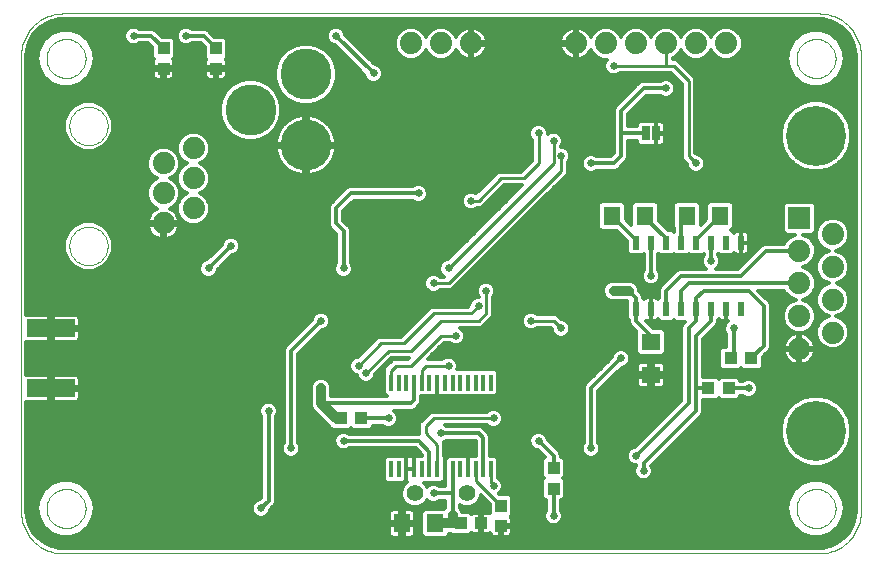
<source format=gbl>
G75*
G70*
%OFA0B0*%
%FSLAX24Y24*%
%IPPOS*%
%LPD*%
%AMOC8*
5,1,8,0,0,1.08239X$1,22.5*
%
%ADD10C,0.0000*%
%ADD11C,0.0740*%
%ADD12R,0.0250X0.0500*%
%ADD13R,0.0394X0.0433*%
%ADD14R,0.1600X0.0600*%
%ADD15R,0.0740X0.0740*%
%ADD16C,0.2000*%
%ADD17R,0.0236X0.0472*%
%ADD18R,0.0630X0.0551*%
%ADD19R,0.0551X0.0630*%
%ADD20R,0.0433X0.0394*%
%ADD21C,0.1700*%
%ADD22R,0.0137X0.0550*%
%ADD23C,0.0554*%
%ADD24C,0.0120*%
%ADD25C,0.0320*%
%ADD26C,0.0317*%
%ADD27C,0.0250*%
%ADD28C,0.0270*%
%ADD29C,0.0100*%
D10*
X002504Y000463D02*
X027676Y000463D01*
X027750Y000465D01*
X027824Y000471D01*
X027897Y000480D01*
X027970Y000494D01*
X028042Y000511D01*
X028113Y000532D01*
X028183Y000557D01*
X028251Y000585D01*
X028318Y000617D01*
X028383Y000652D01*
X028446Y000691D01*
X028507Y000733D01*
X028566Y000778D01*
X028622Y000826D01*
X028676Y000877D01*
X028727Y000931D01*
X028775Y000987D01*
X028820Y001046D01*
X028862Y001107D01*
X028901Y001170D01*
X028936Y001235D01*
X028968Y001302D01*
X028996Y001370D01*
X029021Y001440D01*
X029042Y001511D01*
X029059Y001583D01*
X029073Y001656D01*
X029082Y001729D01*
X029088Y001803D01*
X029090Y001877D01*
X029090Y017049D01*
X029088Y017123D01*
X029082Y017197D01*
X029073Y017270D01*
X029059Y017343D01*
X029042Y017415D01*
X029021Y017486D01*
X028996Y017556D01*
X028968Y017624D01*
X028936Y017691D01*
X028901Y017756D01*
X028862Y017819D01*
X028820Y017880D01*
X028775Y017939D01*
X028727Y017995D01*
X028676Y018049D01*
X028622Y018100D01*
X028566Y018148D01*
X028507Y018193D01*
X028446Y018235D01*
X028383Y018274D01*
X028318Y018309D01*
X028251Y018341D01*
X028183Y018369D01*
X028113Y018394D01*
X028042Y018415D01*
X027970Y018432D01*
X027897Y018446D01*
X027824Y018455D01*
X027750Y018461D01*
X027676Y018463D01*
X002504Y018463D01*
X002430Y018461D01*
X002356Y018455D01*
X002283Y018446D01*
X002210Y018432D01*
X002138Y018415D01*
X002067Y018394D01*
X001997Y018369D01*
X001929Y018341D01*
X001862Y018309D01*
X001797Y018274D01*
X001734Y018235D01*
X001673Y018193D01*
X001614Y018148D01*
X001558Y018100D01*
X001504Y018049D01*
X001453Y017995D01*
X001405Y017939D01*
X001360Y017880D01*
X001318Y017819D01*
X001279Y017756D01*
X001244Y017691D01*
X001212Y017624D01*
X001184Y017556D01*
X001159Y017486D01*
X001138Y017415D01*
X001121Y017343D01*
X001107Y017270D01*
X001098Y017197D01*
X001092Y017123D01*
X001090Y017049D01*
X001090Y001877D01*
X001092Y001803D01*
X001098Y001729D01*
X001107Y001656D01*
X001121Y001583D01*
X001138Y001511D01*
X001159Y001440D01*
X001184Y001370D01*
X001212Y001302D01*
X001244Y001235D01*
X001279Y001170D01*
X001318Y001107D01*
X001360Y001046D01*
X001405Y000987D01*
X001453Y000931D01*
X001504Y000877D01*
X001558Y000826D01*
X001614Y000778D01*
X001673Y000733D01*
X001734Y000691D01*
X001797Y000652D01*
X001862Y000617D01*
X001929Y000585D01*
X001997Y000557D01*
X002067Y000532D01*
X002138Y000511D01*
X002210Y000494D01*
X002283Y000480D01*
X002356Y000471D01*
X002430Y000465D01*
X002504Y000463D01*
X001940Y001963D02*
X001942Y002013D01*
X001948Y002063D01*
X001958Y002113D01*
X001971Y002161D01*
X001988Y002209D01*
X002009Y002255D01*
X002033Y002299D01*
X002061Y002341D01*
X002092Y002381D01*
X002126Y002418D01*
X002163Y002453D01*
X002202Y002484D01*
X002243Y002513D01*
X002287Y002538D01*
X002333Y002560D01*
X002380Y002578D01*
X002428Y002592D01*
X002477Y002603D01*
X002527Y002610D01*
X002577Y002613D01*
X002628Y002612D01*
X002678Y002607D01*
X002728Y002598D01*
X002776Y002586D01*
X002824Y002569D01*
X002870Y002549D01*
X002915Y002526D01*
X002958Y002499D01*
X002998Y002469D01*
X003036Y002436D01*
X003071Y002400D01*
X003104Y002361D01*
X003133Y002320D01*
X003159Y002277D01*
X003182Y002232D01*
X003201Y002185D01*
X003216Y002137D01*
X003228Y002088D01*
X003236Y002038D01*
X003240Y001988D01*
X003240Y001938D01*
X003236Y001888D01*
X003228Y001838D01*
X003216Y001789D01*
X003201Y001741D01*
X003182Y001694D01*
X003159Y001649D01*
X003133Y001606D01*
X003104Y001565D01*
X003071Y001526D01*
X003036Y001490D01*
X002998Y001457D01*
X002958Y001427D01*
X002915Y001400D01*
X002870Y001377D01*
X002824Y001357D01*
X002776Y001340D01*
X002728Y001328D01*
X002678Y001319D01*
X002628Y001314D01*
X002577Y001313D01*
X002527Y001316D01*
X002477Y001323D01*
X002428Y001334D01*
X002380Y001348D01*
X002333Y001366D01*
X002287Y001388D01*
X002243Y001413D01*
X002202Y001442D01*
X002163Y001473D01*
X002126Y001508D01*
X002092Y001545D01*
X002061Y001585D01*
X002033Y001627D01*
X002009Y001671D01*
X001988Y001717D01*
X001971Y001765D01*
X001958Y001813D01*
X001948Y001863D01*
X001942Y001913D01*
X001940Y001963D01*
X002700Y010713D02*
X002702Y010763D01*
X002708Y010813D01*
X002718Y010862D01*
X002731Y010911D01*
X002749Y010958D01*
X002770Y011004D01*
X002794Y011047D01*
X002822Y011089D01*
X002853Y011129D01*
X002887Y011166D01*
X002924Y011200D01*
X002964Y011231D01*
X003006Y011259D01*
X003049Y011283D01*
X003095Y011304D01*
X003142Y011322D01*
X003191Y011335D01*
X003240Y011345D01*
X003290Y011351D01*
X003340Y011353D01*
X003390Y011351D01*
X003440Y011345D01*
X003489Y011335D01*
X003538Y011322D01*
X003585Y011304D01*
X003631Y011283D01*
X003674Y011259D01*
X003716Y011231D01*
X003756Y011200D01*
X003793Y011166D01*
X003827Y011129D01*
X003858Y011089D01*
X003886Y011047D01*
X003910Y011004D01*
X003931Y010958D01*
X003949Y010911D01*
X003962Y010862D01*
X003972Y010813D01*
X003978Y010763D01*
X003980Y010713D01*
X003978Y010663D01*
X003972Y010613D01*
X003962Y010564D01*
X003949Y010515D01*
X003931Y010468D01*
X003910Y010422D01*
X003886Y010379D01*
X003858Y010337D01*
X003827Y010297D01*
X003793Y010260D01*
X003756Y010226D01*
X003716Y010195D01*
X003674Y010167D01*
X003631Y010143D01*
X003585Y010122D01*
X003538Y010104D01*
X003489Y010091D01*
X003440Y010081D01*
X003390Y010075D01*
X003340Y010073D01*
X003290Y010075D01*
X003240Y010081D01*
X003191Y010091D01*
X003142Y010104D01*
X003095Y010122D01*
X003049Y010143D01*
X003006Y010167D01*
X002964Y010195D01*
X002924Y010226D01*
X002887Y010260D01*
X002853Y010297D01*
X002822Y010337D01*
X002794Y010379D01*
X002770Y010422D01*
X002749Y010468D01*
X002731Y010515D01*
X002718Y010564D01*
X002708Y010613D01*
X002702Y010663D01*
X002700Y010713D01*
X002700Y014713D02*
X002702Y014763D01*
X002708Y014813D01*
X002718Y014862D01*
X002731Y014911D01*
X002749Y014958D01*
X002770Y015004D01*
X002794Y015047D01*
X002822Y015089D01*
X002853Y015129D01*
X002887Y015166D01*
X002924Y015200D01*
X002964Y015231D01*
X003006Y015259D01*
X003049Y015283D01*
X003095Y015304D01*
X003142Y015322D01*
X003191Y015335D01*
X003240Y015345D01*
X003290Y015351D01*
X003340Y015353D01*
X003390Y015351D01*
X003440Y015345D01*
X003489Y015335D01*
X003538Y015322D01*
X003585Y015304D01*
X003631Y015283D01*
X003674Y015259D01*
X003716Y015231D01*
X003756Y015200D01*
X003793Y015166D01*
X003827Y015129D01*
X003858Y015089D01*
X003886Y015047D01*
X003910Y015004D01*
X003931Y014958D01*
X003949Y014911D01*
X003962Y014862D01*
X003972Y014813D01*
X003978Y014763D01*
X003980Y014713D01*
X003978Y014663D01*
X003972Y014613D01*
X003962Y014564D01*
X003949Y014515D01*
X003931Y014468D01*
X003910Y014422D01*
X003886Y014379D01*
X003858Y014337D01*
X003827Y014297D01*
X003793Y014260D01*
X003756Y014226D01*
X003716Y014195D01*
X003674Y014167D01*
X003631Y014143D01*
X003585Y014122D01*
X003538Y014104D01*
X003489Y014091D01*
X003440Y014081D01*
X003390Y014075D01*
X003340Y014073D01*
X003290Y014075D01*
X003240Y014081D01*
X003191Y014091D01*
X003142Y014104D01*
X003095Y014122D01*
X003049Y014143D01*
X003006Y014167D01*
X002964Y014195D01*
X002924Y014226D01*
X002887Y014260D01*
X002853Y014297D01*
X002822Y014337D01*
X002794Y014379D01*
X002770Y014422D01*
X002749Y014468D01*
X002731Y014515D01*
X002718Y014564D01*
X002708Y014613D01*
X002702Y014663D01*
X002700Y014713D01*
X001940Y016963D02*
X001942Y017013D01*
X001948Y017063D01*
X001958Y017113D01*
X001971Y017161D01*
X001988Y017209D01*
X002009Y017255D01*
X002033Y017299D01*
X002061Y017341D01*
X002092Y017381D01*
X002126Y017418D01*
X002163Y017453D01*
X002202Y017484D01*
X002243Y017513D01*
X002287Y017538D01*
X002333Y017560D01*
X002380Y017578D01*
X002428Y017592D01*
X002477Y017603D01*
X002527Y017610D01*
X002577Y017613D01*
X002628Y017612D01*
X002678Y017607D01*
X002728Y017598D01*
X002776Y017586D01*
X002824Y017569D01*
X002870Y017549D01*
X002915Y017526D01*
X002958Y017499D01*
X002998Y017469D01*
X003036Y017436D01*
X003071Y017400D01*
X003104Y017361D01*
X003133Y017320D01*
X003159Y017277D01*
X003182Y017232D01*
X003201Y017185D01*
X003216Y017137D01*
X003228Y017088D01*
X003236Y017038D01*
X003240Y016988D01*
X003240Y016938D01*
X003236Y016888D01*
X003228Y016838D01*
X003216Y016789D01*
X003201Y016741D01*
X003182Y016694D01*
X003159Y016649D01*
X003133Y016606D01*
X003104Y016565D01*
X003071Y016526D01*
X003036Y016490D01*
X002998Y016457D01*
X002958Y016427D01*
X002915Y016400D01*
X002870Y016377D01*
X002824Y016357D01*
X002776Y016340D01*
X002728Y016328D01*
X002678Y016319D01*
X002628Y016314D01*
X002577Y016313D01*
X002527Y016316D01*
X002477Y016323D01*
X002428Y016334D01*
X002380Y016348D01*
X002333Y016366D01*
X002287Y016388D01*
X002243Y016413D01*
X002202Y016442D01*
X002163Y016473D01*
X002126Y016508D01*
X002092Y016545D01*
X002061Y016585D01*
X002033Y016627D01*
X002009Y016671D01*
X001988Y016717D01*
X001971Y016765D01*
X001958Y016813D01*
X001948Y016863D01*
X001942Y016913D01*
X001940Y016963D01*
X026940Y016963D02*
X026942Y017013D01*
X026948Y017063D01*
X026958Y017113D01*
X026971Y017161D01*
X026988Y017209D01*
X027009Y017255D01*
X027033Y017299D01*
X027061Y017341D01*
X027092Y017381D01*
X027126Y017418D01*
X027163Y017453D01*
X027202Y017484D01*
X027243Y017513D01*
X027287Y017538D01*
X027333Y017560D01*
X027380Y017578D01*
X027428Y017592D01*
X027477Y017603D01*
X027527Y017610D01*
X027577Y017613D01*
X027628Y017612D01*
X027678Y017607D01*
X027728Y017598D01*
X027776Y017586D01*
X027824Y017569D01*
X027870Y017549D01*
X027915Y017526D01*
X027958Y017499D01*
X027998Y017469D01*
X028036Y017436D01*
X028071Y017400D01*
X028104Y017361D01*
X028133Y017320D01*
X028159Y017277D01*
X028182Y017232D01*
X028201Y017185D01*
X028216Y017137D01*
X028228Y017088D01*
X028236Y017038D01*
X028240Y016988D01*
X028240Y016938D01*
X028236Y016888D01*
X028228Y016838D01*
X028216Y016789D01*
X028201Y016741D01*
X028182Y016694D01*
X028159Y016649D01*
X028133Y016606D01*
X028104Y016565D01*
X028071Y016526D01*
X028036Y016490D01*
X027998Y016457D01*
X027958Y016427D01*
X027915Y016400D01*
X027870Y016377D01*
X027824Y016357D01*
X027776Y016340D01*
X027728Y016328D01*
X027678Y016319D01*
X027628Y016314D01*
X027577Y016313D01*
X027527Y016316D01*
X027477Y016323D01*
X027428Y016334D01*
X027380Y016348D01*
X027333Y016366D01*
X027287Y016388D01*
X027243Y016413D01*
X027202Y016442D01*
X027163Y016473D01*
X027126Y016508D01*
X027092Y016545D01*
X027061Y016585D01*
X027033Y016627D01*
X027009Y016671D01*
X026988Y016717D01*
X026971Y016765D01*
X026958Y016813D01*
X026948Y016863D01*
X026942Y016913D01*
X026940Y016963D01*
X026940Y001963D02*
X026942Y002013D01*
X026948Y002063D01*
X026958Y002113D01*
X026971Y002161D01*
X026988Y002209D01*
X027009Y002255D01*
X027033Y002299D01*
X027061Y002341D01*
X027092Y002381D01*
X027126Y002418D01*
X027163Y002453D01*
X027202Y002484D01*
X027243Y002513D01*
X027287Y002538D01*
X027333Y002560D01*
X027380Y002578D01*
X027428Y002592D01*
X027477Y002603D01*
X027527Y002610D01*
X027577Y002613D01*
X027628Y002612D01*
X027678Y002607D01*
X027728Y002598D01*
X027776Y002586D01*
X027824Y002569D01*
X027870Y002549D01*
X027915Y002526D01*
X027958Y002499D01*
X027998Y002469D01*
X028036Y002436D01*
X028071Y002400D01*
X028104Y002361D01*
X028133Y002320D01*
X028159Y002277D01*
X028182Y002232D01*
X028201Y002185D01*
X028216Y002137D01*
X028228Y002088D01*
X028236Y002038D01*
X028240Y001988D01*
X028240Y001938D01*
X028236Y001888D01*
X028228Y001838D01*
X028216Y001789D01*
X028201Y001741D01*
X028182Y001694D01*
X028159Y001649D01*
X028133Y001606D01*
X028104Y001565D01*
X028071Y001526D01*
X028036Y001490D01*
X027998Y001457D01*
X027958Y001427D01*
X027915Y001400D01*
X027870Y001377D01*
X027824Y001357D01*
X027776Y001340D01*
X027728Y001328D01*
X027678Y001319D01*
X027628Y001314D01*
X027577Y001313D01*
X027527Y001316D01*
X027477Y001323D01*
X027428Y001334D01*
X027380Y001348D01*
X027333Y001366D01*
X027287Y001388D01*
X027243Y001413D01*
X027202Y001442D01*
X027163Y001473D01*
X027126Y001508D01*
X027092Y001545D01*
X027061Y001585D01*
X027033Y001627D01*
X027009Y001671D01*
X026988Y001717D01*
X026971Y001765D01*
X026958Y001813D01*
X026948Y001863D01*
X026942Y001913D01*
X026940Y001963D01*
D11*
X027031Y007282D03*
X028149Y007829D03*
X027031Y008372D03*
X028149Y008920D03*
X027031Y009463D03*
X028149Y010006D03*
X027031Y010553D03*
X028149Y011097D03*
X024590Y017463D03*
X023590Y017463D03*
X022590Y017463D03*
X021590Y017463D03*
X020590Y017463D03*
X019590Y017463D03*
X016090Y017463D03*
X015090Y017463D03*
X014090Y017463D03*
X006840Y013963D03*
X005840Y013463D03*
X006840Y012963D03*
X005840Y012463D03*
X006840Y011963D03*
X005840Y011463D03*
D12*
X021913Y014463D03*
X022267Y014463D03*
D13*
X007590Y016628D03*
X007590Y017297D03*
X005840Y017297D03*
X005840Y016628D03*
X018840Y003297D03*
X018840Y002628D03*
X017090Y002047D03*
X017090Y001378D03*
D14*
X002090Y005963D03*
X002090Y007963D03*
D15*
X027031Y011644D03*
D16*
X027590Y014384D03*
X027590Y004542D03*
D17*
X025090Y008610D03*
X024590Y008610D03*
X024090Y008610D03*
X023590Y008610D03*
X023090Y008610D03*
X022590Y008610D03*
X022090Y008610D03*
X021590Y008610D03*
X021590Y010815D03*
X022090Y010815D03*
X022590Y010815D03*
X023090Y010815D03*
X023590Y010815D03*
X024090Y010815D03*
X024590Y010815D03*
X025090Y010815D03*
D18*
X022090Y007514D03*
X022090Y006412D03*
D19*
X014891Y001463D03*
X013789Y001463D03*
X020789Y011713D03*
X021891Y011713D03*
X023289Y011713D03*
X024391Y011713D03*
D20*
X024755Y006963D03*
X025425Y006963D03*
X024675Y005963D03*
X024005Y005963D03*
X016425Y001463D03*
X015755Y001463D03*
X012425Y004963D03*
X011755Y004963D03*
D21*
X010590Y014069D03*
X008740Y015250D03*
X010590Y016431D03*
D22*
X013427Y006152D03*
X013683Y006152D03*
X013938Y006152D03*
X014194Y006152D03*
X014450Y006152D03*
X014706Y006152D03*
X014962Y006152D03*
X015218Y006152D03*
X015474Y006152D03*
X015730Y006152D03*
X015986Y006152D03*
X016242Y006152D03*
X016497Y006152D03*
X016753Y006152D03*
X016753Y003273D03*
X016497Y003273D03*
X016242Y003273D03*
X015986Y003273D03*
X015730Y003273D03*
X015474Y003273D03*
X015218Y003273D03*
X014962Y003273D03*
X014706Y003273D03*
X014450Y003273D03*
X014194Y003273D03*
X013938Y003273D03*
X013683Y003273D03*
X013427Y003273D03*
D23*
X014224Y002463D03*
X015956Y002463D03*
D24*
X001525Y001126D02*
X001364Y001405D01*
X001281Y001716D01*
X001270Y001877D01*
X001270Y005503D01*
X002030Y005503D01*
X002030Y005903D01*
X002150Y005903D01*
X002150Y006023D01*
X002030Y006023D01*
X002030Y006423D01*
X001270Y006423D01*
X001270Y007503D01*
X002030Y007503D01*
X002030Y007903D01*
X002150Y007903D01*
X002150Y008023D01*
X002030Y008023D01*
X002030Y008423D01*
X001270Y008423D01*
X001270Y017049D01*
X001281Y017210D01*
X001364Y017521D01*
X001525Y017800D01*
X001753Y018028D01*
X002032Y018189D01*
X002343Y018272D01*
X002504Y018283D01*
X027676Y018283D01*
X027837Y018272D01*
X028148Y018189D01*
X028427Y018028D01*
X028655Y017800D01*
X028816Y017521D01*
X028899Y017210D01*
X028910Y017049D01*
X028910Y001877D01*
X028899Y001716D01*
X028816Y001405D01*
X028655Y001126D01*
X028427Y000898D01*
X028148Y000737D01*
X027837Y000653D01*
X027676Y000643D01*
X002504Y000643D01*
X002343Y000653D01*
X002032Y000737D01*
X001753Y000898D01*
X001525Y001126D01*
X001497Y001174D02*
X002052Y001174D01*
X002108Y001127D02*
X002422Y001013D01*
X002499Y001013D01*
X002758Y001013D01*
X003072Y001127D01*
X003329Y001343D01*
X003496Y001633D01*
X003555Y001963D01*
X003496Y002293D01*
X003329Y002583D01*
X003072Y002798D01*
X002758Y002913D01*
X002422Y002913D01*
X002108Y002798D01*
X002108Y002798D01*
X001851Y002583D01*
X001851Y002583D01*
X001851Y002583D01*
X001684Y002293D01*
X001684Y002293D01*
X001625Y001963D01*
X001684Y001633D01*
X001851Y001343D01*
X001851Y001343D01*
X002108Y001127D01*
X002108Y001127D01*
X002306Y001055D02*
X001595Y001055D01*
X001714Y000937D02*
X028466Y000937D01*
X028585Y001055D02*
X027874Y001055D01*
X027758Y001013D02*
X028072Y001127D01*
X028072Y001127D01*
X028329Y001343D01*
X028496Y001633D01*
X028555Y001963D01*
X028496Y002293D01*
X028329Y002583D01*
X028072Y002798D01*
X027758Y002913D01*
X027422Y002913D01*
X027108Y002798D01*
X027108Y002798D01*
X026851Y002583D01*
X026851Y002583D01*
X026851Y002583D01*
X026684Y002293D01*
X026684Y002293D01*
X026625Y001963D01*
X026684Y001633D01*
X026851Y001343D01*
X026851Y001343D01*
X027108Y001127D01*
X027422Y001013D01*
X027499Y001013D01*
X027758Y001013D01*
X028128Y001174D02*
X028683Y001174D01*
X028751Y001292D02*
X028269Y001292D01*
X028329Y001343D02*
X028329Y001343D01*
X028329Y001343D01*
X028368Y001411D02*
X028818Y001411D01*
X028849Y001529D02*
X028437Y001529D01*
X028496Y001633D02*
X028496Y001633D01*
X028499Y001648D02*
X028881Y001648D01*
X028903Y001766D02*
X028520Y001766D01*
X028541Y001885D02*
X028910Y001885D01*
X028910Y002003D02*
X028548Y002003D01*
X028555Y001963D02*
X028555Y001963D01*
X028527Y002122D02*
X028910Y002122D01*
X028910Y002240D02*
X028506Y002240D01*
X028496Y002293D02*
X028496Y002293D01*
X028458Y002359D02*
X028910Y002359D01*
X028910Y002477D02*
X028390Y002477D01*
X028329Y002583D02*
X028329Y002583D01*
X028314Y002596D02*
X028910Y002596D01*
X028910Y002714D02*
X028172Y002714D01*
X028072Y002798D02*
X028072Y002798D01*
X027977Y002833D02*
X028910Y002833D01*
X028910Y002951D02*
X022006Y002951D01*
X022013Y002954D02*
X022099Y003040D01*
X022145Y003152D01*
X022145Y003274D01*
X022100Y003383D01*
X023793Y005077D01*
X023830Y005165D01*
X023830Y005586D01*
X024296Y005586D01*
X024340Y005630D01*
X024384Y005586D01*
X024966Y005586D01*
X025071Y005691D01*
X025071Y005723D01*
X025149Y005723D01*
X025167Y005704D01*
X025279Y005658D01*
X025401Y005658D01*
X025513Y005704D01*
X025599Y005790D01*
X025645Y005902D01*
X025645Y006024D01*
X025599Y006136D01*
X025513Y006221D01*
X025401Y006268D01*
X025279Y006268D01*
X025167Y006221D01*
X025149Y006203D01*
X025071Y006203D01*
X025071Y006234D01*
X024966Y006340D01*
X024384Y006340D01*
X024340Y006296D01*
X024296Y006340D01*
X023830Y006340D01*
X023830Y007613D01*
X024293Y008077D01*
X024330Y008165D01*
X024330Y008242D01*
X024354Y008266D01*
X024374Y008246D01*
X024410Y008225D01*
X024451Y008214D01*
X024590Y008214D01*
X024660Y008214D01*
X024581Y008136D01*
X024535Y008024D01*
X024535Y007902D01*
X024581Y007790D01*
X024600Y007771D01*
X024600Y007340D01*
X024464Y007340D01*
X024359Y007234D01*
X024359Y006691D01*
X024464Y006586D01*
X025046Y006586D01*
X025090Y006630D01*
X025134Y006586D01*
X025716Y006586D01*
X025821Y006691D01*
X025821Y007020D01*
X026043Y007242D01*
X026080Y007330D01*
X026080Y008761D01*
X026043Y008849D01*
X025976Y008916D01*
X025669Y009223D01*
X026535Y009223D01*
X026565Y009151D01*
X026719Y008997D01*
X026910Y008918D01*
X026719Y008839D01*
X026565Y008684D01*
X026481Y008482D01*
X026481Y008263D01*
X026565Y008061D01*
X026719Y007906D01*
X026922Y007822D01*
X027140Y007822D01*
X027342Y007906D01*
X027497Y008061D01*
X027581Y008263D01*
X027581Y008482D01*
X027497Y008684D01*
X027342Y008839D01*
X027152Y008918D01*
X027342Y008997D01*
X027497Y009151D01*
X027581Y009353D01*
X027581Y009572D01*
X027497Y009774D01*
X027342Y009929D01*
X027152Y010008D01*
X027342Y010087D01*
X027497Y010242D01*
X027581Y010444D01*
X027581Y010663D01*
X027497Y010865D01*
X027342Y011020D01*
X027163Y011094D01*
X027476Y011094D01*
X027581Y011199D01*
X027581Y012088D01*
X027476Y012194D01*
X026586Y012194D01*
X026481Y012088D01*
X026481Y011199D01*
X026586Y011094D01*
X026899Y011094D01*
X026719Y011020D01*
X026565Y010865D01*
X026535Y010793D01*
X025883Y010793D01*
X025795Y010757D01*
X024991Y009953D01*
X024259Y009953D01*
X024263Y009954D01*
X024349Y010040D01*
X024395Y010152D01*
X024395Y010274D01*
X024349Y010386D01*
X024330Y010404D01*
X024330Y010446D01*
X024340Y010456D01*
X024397Y010399D01*
X024783Y010399D01*
X024854Y010470D01*
X024874Y010451D01*
X024910Y010430D01*
X024951Y010419D01*
X025090Y010419D01*
X025229Y010419D01*
X025270Y010430D01*
X025306Y010451D01*
X025336Y010481D01*
X025357Y010517D01*
X025368Y010558D01*
X025368Y010815D01*
X025090Y010815D01*
X025090Y010419D01*
X025090Y010815D01*
X025090Y010815D01*
X025090Y010815D01*
X025368Y010815D01*
X025368Y011072D01*
X025357Y011113D01*
X025336Y011150D01*
X025306Y011179D01*
X025270Y011201D01*
X025229Y011211D01*
X025090Y011211D01*
X025090Y010815D01*
X025090Y011211D01*
X024951Y011211D01*
X024910Y011201D01*
X024874Y011179D01*
X024854Y011160D01*
X024783Y011231D01*
X024755Y011231D01*
X024847Y011323D01*
X024847Y012102D01*
X024741Y012208D01*
X024041Y012208D01*
X023936Y012102D01*
X023936Y011597D01*
X023744Y011405D01*
X023744Y012102D01*
X023639Y012208D01*
X022939Y012208D01*
X022833Y012102D01*
X022833Y011323D01*
X022850Y011307D01*
X022850Y011184D01*
X022840Y011174D01*
X022783Y011231D01*
X022661Y011231D01*
X022347Y011545D01*
X022347Y012102D01*
X022241Y012208D01*
X021541Y012208D01*
X021436Y012102D01*
X021436Y011405D01*
X021244Y011597D01*
X021244Y012102D01*
X021139Y012208D01*
X020439Y012208D01*
X020333Y012102D01*
X020333Y011323D01*
X020439Y011218D01*
X020944Y011218D01*
X021292Y010870D01*
X021292Y010504D01*
X021397Y010399D01*
X021783Y010399D01*
X021840Y010456D01*
X021850Y010446D01*
X021850Y009904D01*
X021831Y009886D01*
X021785Y009774D01*
X021785Y009652D01*
X021831Y009540D01*
X021917Y009454D01*
X022029Y009408D01*
X022151Y009408D01*
X022263Y009454D01*
X022349Y009540D01*
X022395Y009652D01*
X022395Y009774D01*
X022349Y009886D01*
X022330Y009904D01*
X022330Y010446D01*
X022340Y010456D01*
X022397Y010399D01*
X022783Y010399D01*
X022840Y010456D01*
X022897Y010399D01*
X023283Y010399D01*
X023340Y010456D01*
X023397Y010399D01*
X023783Y010399D01*
X023840Y010456D01*
X023850Y010446D01*
X023850Y010404D01*
X023831Y010386D01*
X023785Y010274D01*
X023785Y010152D01*
X023831Y010040D01*
X023917Y009954D01*
X023921Y009953D01*
X023042Y009953D01*
X022954Y009916D01*
X022387Y009349D01*
X022350Y009261D01*
X022350Y008979D01*
X022326Y008955D01*
X022306Y008975D01*
X022270Y008996D01*
X022229Y009007D01*
X022090Y009007D01*
X021951Y009007D01*
X021910Y008996D01*
X021874Y008975D01*
X021854Y008955D01*
X021830Y008979D01*
X021830Y009011D01*
X021793Y009099D01*
X021726Y009166D01*
X021680Y009212D01*
X021680Y009280D01*
X021628Y009405D01*
X021533Y009501D01*
X021408Y009553D01*
X020772Y009553D01*
X020647Y009501D01*
X020552Y009405D01*
X020500Y009280D01*
X020500Y009145D01*
X020552Y009020D01*
X020647Y008925D01*
X020772Y008873D01*
X021292Y008873D01*
X021292Y008300D01*
X021350Y008242D01*
X021350Y008165D01*
X021387Y008077D01*
X021454Y008009D01*
X021597Y007866D01*
X021595Y007864D01*
X021595Y007164D01*
X021700Y007058D01*
X022480Y007058D01*
X022585Y007164D01*
X022585Y007864D01*
X022480Y007970D01*
X022173Y007970D01*
X021920Y008223D01*
X021951Y008214D01*
X022090Y008214D01*
X022229Y008214D01*
X022270Y008225D01*
X022306Y008246D01*
X022326Y008266D01*
X022397Y008194D01*
X022783Y008194D01*
X022840Y008252D01*
X022897Y008194D01*
X023232Y008194D01*
X023137Y008099D01*
X023100Y008011D01*
X023100Y005562D01*
X021556Y004018D01*
X020395Y004018D01*
X020395Y004024D02*
X020349Y004136D01*
X020330Y004154D01*
X020330Y005863D01*
X021124Y006658D01*
X021151Y006658D01*
X021263Y006704D01*
X021349Y006790D01*
X021395Y006902D01*
X021395Y007024D01*
X021349Y007136D01*
X021263Y007221D01*
X021151Y007268D01*
X021029Y007268D01*
X020917Y007221D01*
X020831Y007136D01*
X020785Y007024D01*
X020785Y006997D01*
X019887Y006099D01*
X019850Y006011D01*
X019850Y004154D01*
X019831Y004136D01*
X019785Y004024D01*
X019785Y003902D01*
X019831Y003790D01*
X019917Y003704D01*
X020029Y003658D01*
X020151Y003658D01*
X020263Y003704D01*
X020349Y003790D01*
X020395Y003902D01*
X020395Y004024D01*
X020348Y004136D02*
X021674Y004136D01*
X021556Y004018D02*
X021529Y004018D01*
X021417Y003971D01*
X021331Y003886D01*
X021285Y003774D01*
X021285Y003652D01*
X021331Y003540D01*
X021417Y003454D01*
X021529Y003408D01*
X021600Y003408D01*
X021600Y003404D01*
X021581Y003386D01*
X021535Y003274D01*
X021535Y003152D01*
X021581Y003040D01*
X021667Y002954D01*
X021779Y002908D01*
X021901Y002908D01*
X022013Y002954D01*
X022111Y003070D02*
X028910Y003070D01*
X028910Y003188D02*
X022145Y003188D01*
X022131Y003307D02*
X028910Y003307D01*
X028910Y003425D02*
X027983Y003425D01*
X028045Y003442D02*
X028315Y003597D01*
X028534Y003817D01*
X028690Y004086D01*
X028770Y004386D01*
X028770Y004697D01*
X028690Y004997D01*
X028534Y005266D01*
X028315Y005486D01*
X028045Y005641D01*
X027745Y005722D01*
X027435Y005722D01*
X027135Y005641D01*
X026865Y005486D01*
X026646Y005266D01*
X026490Y004997D01*
X026410Y004697D01*
X026410Y004386D01*
X026490Y004086D01*
X026646Y003817D01*
X026865Y003597D01*
X027135Y003442D01*
X027435Y003362D01*
X027745Y003362D01*
X028045Y003442D01*
X028222Y003544D02*
X028910Y003544D01*
X028910Y003662D02*
X028380Y003662D01*
X028498Y003781D02*
X028910Y003781D01*
X028910Y003899D02*
X028582Y003899D01*
X028650Y004018D02*
X028910Y004018D01*
X028910Y004136D02*
X028703Y004136D01*
X028735Y004255D02*
X028910Y004255D01*
X028910Y004373D02*
X028767Y004373D01*
X028770Y004492D02*
X028910Y004492D01*
X028910Y004610D02*
X028770Y004610D01*
X028761Y004729D02*
X028910Y004729D01*
X028910Y004847D02*
X028730Y004847D01*
X028698Y004966D02*
X028910Y004966D01*
X028910Y005084D02*
X028639Y005084D01*
X028571Y005203D02*
X028910Y005203D01*
X028910Y005321D02*
X028479Y005321D01*
X028360Y005440D02*
X028910Y005440D01*
X028910Y005558D02*
X028189Y005558D01*
X027912Y005677D02*
X028910Y005677D01*
X028910Y005795D02*
X025601Y005795D01*
X025645Y005914D02*
X028910Y005914D01*
X028910Y006032D02*
X025641Y006032D01*
X025583Y006151D02*
X028910Y006151D01*
X028910Y006269D02*
X025036Y006269D01*
X025085Y006625D02*
X025095Y006625D01*
X025425Y006963D02*
X025840Y007378D01*
X025840Y008713D01*
X025340Y009213D01*
X023840Y009213D01*
X023590Y008963D01*
X023590Y008610D01*
X023590Y008213D01*
X023340Y007963D01*
X023340Y005463D01*
X021590Y003713D01*
X021487Y003425D02*
X019217Y003425D01*
X019217Y003307D02*
X021549Y003307D01*
X021535Y003188D02*
X019217Y003188D01*
X019217Y003070D02*
X021569Y003070D01*
X021674Y002951D02*
X019185Y002951D01*
X019173Y002963D02*
X019217Y003006D01*
X019217Y003589D01*
X019111Y003694D01*
X019080Y003694D01*
X019080Y003761D01*
X019043Y003849D01*
X018645Y004247D01*
X018645Y004274D01*
X018599Y004386D01*
X018513Y004471D01*
X018401Y004518D01*
X018279Y004518D01*
X018167Y004471D01*
X018081Y004386D01*
X018035Y004274D01*
X018035Y004152D01*
X018081Y004040D01*
X018167Y003954D01*
X018279Y003908D01*
X018306Y003908D01*
X018544Y003669D01*
X018463Y003589D01*
X018463Y003006D01*
X018507Y002963D01*
X018463Y002919D01*
X018463Y002337D01*
X018569Y002232D01*
X018600Y002232D01*
X018600Y001904D01*
X018581Y001886D01*
X018535Y001774D01*
X018535Y001652D01*
X018581Y001540D01*
X018667Y001454D01*
X018779Y001408D01*
X018901Y001408D01*
X019013Y001454D01*
X019099Y001540D01*
X019145Y001652D01*
X019145Y001774D01*
X019099Y001886D01*
X019080Y001904D01*
X019080Y002232D01*
X019111Y002232D01*
X019217Y002337D01*
X019217Y002919D01*
X019173Y002963D01*
X019217Y002833D02*
X027203Y002833D01*
X027008Y002714D02*
X019217Y002714D01*
X019217Y002596D02*
X026866Y002596D01*
X026790Y002477D02*
X019217Y002477D01*
X019217Y002359D02*
X026722Y002359D01*
X026674Y002240D02*
X019120Y002240D01*
X019080Y002122D02*
X026653Y002122D01*
X026632Y002003D02*
X019080Y002003D01*
X019099Y001885D02*
X026639Y001885D01*
X026625Y001963D02*
X026625Y001963D01*
X026660Y001766D02*
X019145Y001766D01*
X019143Y001648D02*
X026681Y001648D01*
X026684Y001633D02*
X026684Y001633D01*
X026743Y001529D02*
X019088Y001529D01*
X018908Y001411D02*
X026812Y001411D01*
X026911Y001292D02*
X017447Y001292D01*
X017447Y001340D02*
X017128Y001340D01*
X017128Y001002D01*
X017308Y001002D01*
X017349Y001013D01*
X017385Y001034D01*
X017415Y001063D01*
X017436Y001100D01*
X017447Y001141D01*
X017447Y001340D01*
X017447Y001417D02*
X017128Y001417D01*
X017128Y001340D01*
X017052Y001340D01*
X017052Y001002D01*
X016872Y001002D01*
X016831Y001013D01*
X016795Y001034D01*
X016765Y001063D01*
X016744Y001100D01*
X016735Y001135D01*
X016703Y001117D01*
X016662Y001106D01*
X016463Y001106D01*
X016463Y001424D01*
X016386Y001424D01*
X016386Y001106D01*
X016187Y001106D01*
X016146Y001117D01*
X016110Y001138D01*
X016104Y001144D01*
X016046Y001086D01*
X015464Y001086D01*
X015427Y001123D01*
X015347Y001123D01*
X015347Y001073D01*
X015241Y000968D01*
X014541Y000968D01*
X014436Y001073D01*
X014436Y001852D01*
X014541Y001958D01*
X015206Y001958D01*
X015234Y001985D01*
X015234Y002223D01*
X015031Y002223D01*
X015013Y002204D01*
X014901Y002158D01*
X014779Y002158D01*
X014667Y002204D01*
X014628Y002244D01*
X014611Y002204D01*
X014483Y002075D01*
X014315Y002006D01*
X014133Y002006D01*
X013965Y002075D01*
X013836Y002204D01*
X013767Y002372D01*
X013767Y002554D01*
X013836Y002722D01*
X013953Y002838D01*
X013938Y002838D01*
X013938Y003273D01*
X013938Y003273D01*
X013938Y002838D01*
X013849Y002838D01*
X013846Y002839D01*
X013826Y002818D01*
X013284Y002818D01*
X013178Y002924D01*
X013178Y003623D01*
X013284Y003728D01*
X013826Y003728D01*
X013846Y003708D01*
X013849Y003708D01*
X013938Y003708D01*
X013938Y003273D01*
X013938Y003273D01*
X013966Y003273D01*
X014194Y003273D01*
X014194Y003273D01*
X013938Y003273D01*
X013938Y003273D01*
X013938Y003708D01*
X014028Y003708D01*
X014066Y003698D01*
X014105Y003708D01*
X014194Y003708D01*
X014194Y003273D01*
X014194Y003273D01*
X014194Y003708D01*
X014284Y003708D01*
X014286Y003708D01*
X014307Y003728D01*
X014466Y003728D01*
X014466Y003747D01*
X014241Y003973D01*
X012031Y003973D01*
X012013Y003954D01*
X011901Y003908D01*
X011779Y003908D01*
X011667Y003954D01*
X011581Y004040D01*
X011535Y004152D01*
X011535Y004274D01*
X011581Y004386D01*
X011667Y004471D01*
X011779Y004518D01*
X011901Y004518D01*
X012013Y004471D01*
X012031Y004453D01*
X014360Y004453D01*
X014360Y004808D01*
X014745Y005193D01*
X016639Y005193D01*
X016667Y005221D01*
X016779Y005268D01*
X016901Y005268D01*
X017013Y005221D01*
X017099Y005136D01*
X017145Y005024D01*
X017145Y004902D01*
X017099Y004790D01*
X017013Y004704D01*
X016901Y004658D01*
X016779Y004658D01*
X016667Y004704D01*
X016639Y004733D01*
X015235Y004733D01*
X015263Y004721D01*
X015281Y004703D01*
X016388Y004703D01*
X016476Y004666D01*
X016543Y004599D01*
X016701Y004441D01*
X016737Y004353D01*
X016737Y003728D01*
X016896Y003728D01*
X017002Y003623D01*
X017002Y002976D01*
X017013Y002971D01*
X017099Y002886D01*
X017145Y002774D01*
X017145Y002652D01*
X017099Y002540D01*
X017013Y002454D01*
X017010Y002453D01*
X017019Y002444D01*
X017361Y002444D01*
X017467Y002339D01*
X017467Y001756D01*
X017409Y001699D01*
X017415Y001693D01*
X017436Y001656D01*
X017447Y001616D01*
X017447Y001417D01*
X017447Y001529D02*
X018592Y001529D01*
X018537Y001648D02*
X017438Y001648D01*
X017467Y001766D02*
X018535Y001766D01*
X018581Y001885D02*
X017467Y001885D01*
X017467Y002003D02*
X018600Y002003D01*
X018600Y002122D02*
X017467Y002122D01*
X017467Y002240D02*
X018560Y002240D01*
X018463Y002359D02*
X017447Y002359D01*
X017036Y002477D02*
X018463Y002477D01*
X018463Y002596D02*
X017122Y002596D01*
X017145Y002714D02*
X018463Y002714D01*
X018463Y002833D02*
X017120Y002833D01*
X017033Y002951D02*
X018495Y002951D01*
X018463Y003070D02*
X017002Y003070D01*
X017002Y003188D02*
X018463Y003188D01*
X018463Y003307D02*
X017002Y003307D01*
X017002Y003425D02*
X018463Y003425D01*
X018463Y003544D02*
X017002Y003544D01*
X016963Y003662D02*
X018537Y003662D01*
X018433Y003781D02*
X016737Y003781D01*
X016737Y003899D02*
X018314Y003899D01*
X018104Y004018D02*
X016737Y004018D01*
X016737Y004136D02*
X018042Y004136D01*
X018035Y004255D02*
X016737Y004255D01*
X016729Y004373D02*
X018076Y004373D01*
X018217Y004492D02*
X016650Y004492D01*
X016532Y004610D02*
X019850Y004610D01*
X019850Y004492D02*
X018463Y004492D01*
X018604Y004373D02*
X019850Y004373D01*
X019850Y004255D02*
X018645Y004255D01*
X018756Y004136D02*
X019832Y004136D01*
X019785Y004018D02*
X018874Y004018D01*
X018993Y003899D02*
X019786Y003899D01*
X019841Y003781D02*
X019072Y003781D01*
X019143Y003662D02*
X020018Y003662D01*
X020162Y003662D02*
X021285Y003662D01*
X021288Y003781D02*
X020339Y003781D01*
X020394Y003899D02*
X021345Y003899D01*
X021330Y003544D02*
X019217Y003544D01*
X018840Y003713D02*
X018840Y003297D01*
X018840Y003713D02*
X018340Y004213D01*
X017122Y004847D02*
X019850Y004847D01*
X019850Y004729D02*
X017037Y004729D01*
X017145Y004966D02*
X019850Y004966D01*
X019850Y005084D02*
X017120Y005084D01*
X017031Y005203D02*
X019850Y005203D01*
X019850Y005321D02*
X014288Y005321D01*
X014293Y005327D02*
X014398Y005431D01*
X014434Y005519D01*
X014434Y005697D01*
X014849Y005697D01*
X014870Y005718D01*
X014872Y005717D01*
X014962Y005717D01*
X014962Y006152D01*
X014962Y006152D01*
X014962Y005717D01*
X015052Y005717D01*
X015054Y005718D01*
X015075Y005697D01*
X016896Y005697D01*
X017002Y005803D01*
X017002Y006502D01*
X016896Y006607D01*
X015626Y006607D01*
X015645Y006652D01*
X015645Y006774D01*
X015599Y006886D01*
X015513Y006971D01*
X015401Y007018D01*
X015279Y007018D01*
X015167Y006971D01*
X015139Y006943D01*
X014645Y006943D01*
X015185Y007483D01*
X015389Y007483D01*
X015417Y007454D01*
X015529Y007408D01*
X015651Y007408D01*
X015763Y007454D01*
X015849Y007540D01*
X015895Y007652D01*
X015895Y007774D01*
X015849Y007886D01*
X015763Y007971D01*
X015735Y007983D01*
X016435Y007983D01*
X016685Y008233D01*
X016820Y008368D01*
X016820Y009011D01*
X016849Y009040D01*
X016895Y009152D01*
X016895Y009274D01*
X016849Y009386D01*
X016763Y009471D01*
X016651Y009518D01*
X016529Y009518D01*
X016417Y009471D01*
X016331Y009386D01*
X016285Y009274D01*
X016285Y009152D01*
X016331Y009040D01*
X016354Y009018D01*
X016279Y009018D01*
X016167Y008971D01*
X016081Y008886D01*
X016035Y008774D01*
X016035Y008733D01*
X015995Y008693D01*
X014745Y008693D01*
X014610Y008558D01*
X013745Y007693D01*
X012995Y007693D01*
X012320Y007018D01*
X012279Y007018D01*
X012167Y006971D01*
X012081Y006886D01*
X012035Y006774D01*
X012035Y006652D01*
X012081Y006540D01*
X012167Y006454D01*
X012279Y006408D01*
X012285Y006408D01*
X012285Y006402D01*
X012331Y006290D01*
X012417Y006204D01*
X012529Y006158D01*
X012651Y006158D01*
X012763Y006204D01*
X012849Y006290D01*
X012895Y006402D01*
X012895Y006443D01*
X013435Y006983D01*
X014035Y006983D01*
X013995Y006943D01*
X013495Y006943D01*
X013360Y006808D01*
X013197Y006645D01*
X013197Y006520D01*
X013178Y006502D01*
X013178Y005803D01*
X013278Y005703D01*
X011430Y005703D01*
X011430Y006030D01*
X011378Y006155D01*
X011283Y006251D01*
X011158Y006303D01*
X011022Y006303D01*
X010897Y006251D01*
X010802Y006155D01*
X010750Y006030D01*
X010750Y005395D01*
X010802Y005270D01*
X011359Y004713D01*
X011359Y004691D01*
X011464Y004586D01*
X012046Y004586D01*
X012090Y004630D01*
X012134Y004586D01*
X012716Y004586D01*
X012821Y004691D01*
X012821Y004723D01*
X013149Y004723D01*
X013167Y004704D01*
X013279Y004658D01*
X013401Y004658D01*
X013513Y004704D01*
X013599Y004790D01*
X013645Y004902D01*
X013645Y005024D01*
X013599Y005136D01*
X013513Y005221D01*
X013509Y005223D01*
X014138Y005223D01*
X014226Y005259D01*
X014293Y005327D01*
X014401Y005440D02*
X019850Y005440D01*
X019850Y005558D02*
X014434Y005558D01*
X014434Y005677D02*
X019850Y005677D01*
X019850Y005795D02*
X016995Y005795D01*
X017002Y005914D02*
X019850Y005914D01*
X019859Y006032D02*
X017002Y006032D01*
X017002Y006151D02*
X019939Y006151D01*
X020057Y006269D02*
X017002Y006269D01*
X017002Y006388D02*
X020176Y006388D01*
X020294Y006506D02*
X016997Y006506D01*
X015634Y006625D02*
X020413Y006625D01*
X020531Y006743D02*
X015645Y006743D01*
X015608Y006862D02*
X020650Y006862D01*
X020768Y006980D02*
X015491Y006980D01*
X015189Y006980D02*
X014683Y006980D01*
X014801Y007099D02*
X020816Y007099D01*
X020913Y007217D02*
X014920Y007217D01*
X015038Y007336D02*
X021595Y007336D01*
X021595Y007454D02*
X015763Y007454D01*
X015862Y007573D02*
X021595Y007573D01*
X021595Y007691D02*
X019232Y007691D01*
X019263Y007704D02*
X019349Y007790D01*
X019395Y007902D01*
X019395Y008024D01*
X019349Y008136D01*
X019263Y008221D01*
X019151Y008268D01*
X019110Y008268D01*
X018935Y008443D01*
X018291Y008443D01*
X018263Y008471D01*
X018151Y008518D01*
X018029Y008518D01*
X017917Y008471D01*
X017831Y008386D01*
X017785Y008274D01*
X017785Y008152D01*
X017831Y008040D01*
X017917Y007954D01*
X018029Y007908D01*
X018151Y007908D01*
X018263Y007954D01*
X018291Y007983D01*
X018745Y007983D01*
X018785Y007943D01*
X018785Y007902D01*
X018831Y007790D01*
X018917Y007704D01*
X019029Y007658D01*
X019151Y007658D01*
X019263Y007704D01*
X019357Y007810D02*
X021595Y007810D01*
X021535Y007928D02*
X019395Y007928D01*
X019385Y008047D02*
X021417Y008047D01*
X021350Y008165D02*
X019319Y008165D01*
X019094Y008284D02*
X021308Y008284D01*
X021292Y008402D02*
X018976Y008402D01*
X018785Y007928D02*
X018200Y007928D01*
X017980Y007928D02*
X015806Y007928D01*
X015880Y007810D02*
X018823Y007810D01*
X018948Y007691D02*
X015895Y007691D01*
X015417Y007454D02*
X015157Y007454D01*
X014217Y008165D02*
X011395Y008165D01*
X011395Y008152D02*
X011395Y008274D01*
X011349Y008386D01*
X011263Y008471D01*
X011151Y008518D01*
X011029Y008518D01*
X010917Y008471D01*
X010831Y008386D01*
X010785Y008274D01*
X010785Y008247D01*
X009887Y007349D01*
X009850Y007261D01*
X009850Y004154D01*
X009831Y004136D01*
X009785Y004024D01*
X009785Y003902D01*
X009831Y003790D01*
X009917Y003704D01*
X010029Y003658D01*
X010151Y003658D01*
X010263Y003704D01*
X010349Y003790D01*
X010395Y003902D01*
X010395Y004024D01*
X010349Y004136D01*
X010330Y004154D01*
X010330Y007113D01*
X011124Y007908D01*
X011151Y007908D01*
X011263Y007954D01*
X011349Y008040D01*
X011395Y008152D01*
X011351Y008047D02*
X014099Y008047D01*
X013980Y007928D02*
X011200Y007928D01*
X011026Y007810D02*
X013862Y007810D01*
X014336Y008284D02*
X011391Y008284D01*
X011332Y008402D02*
X014454Y008402D01*
X014573Y008521D02*
X001270Y008521D01*
X001270Y008639D02*
X014691Y008639D01*
X014779Y009158D02*
X014901Y009158D01*
X015013Y009204D01*
X015041Y009233D01*
X015435Y009233D01*
X015570Y009368D01*
X019320Y013118D01*
X019320Y013511D01*
X019349Y013540D01*
X019395Y013652D01*
X019395Y013774D01*
X019349Y013886D01*
X019263Y013971D01*
X019151Y014018D01*
X019076Y014018D01*
X019099Y014040D01*
X019145Y014152D01*
X019145Y014274D01*
X019099Y014386D01*
X019013Y014471D01*
X018901Y014518D01*
X018779Y014518D01*
X018667Y014471D01*
X018645Y014449D01*
X018645Y014524D01*
X018599Y014636D01*
X018513Y014721D01*
X018401Y014768D01*
X018279Y014768D01*
X018167Y014721D01*
X018081Y014636D01*
X018035Y014524D01*
X018035Y014402D01*
X018081Y014290D01*
X018110Y014261D01*
X018110Y013558D01*
X017745Y013193D01*
X016995Y013193D01*
X016860Y013058D01*
X016268Y012466D01*
X016263Y012471D01*
X016151Y012518D01*
X016029Y012518D01*
X015917Y012471D01*
X015831Y012386D01*
X015785Y012274D01*
X015785Y012152D01*
X015831Y012040D01*
X015917Y011954D01*
X016029Y011908D01*
X016151Y011908D01*
X016263Y011954D01*
X016291Y011983D01*
X016435Y011983D01*
X017185Y012733D01*
X017785Y012733D01*
X015320Y010268D01*
X015279Y010268D01*
X015167Y010221D01*
X015081Y010136D01*
X015035Y010024D01*
X015035Y009902D01*
X015081Y009790D01*
X015167Y009704D01*
X015195Y009693D01*
X015041Y009693D01*
X015013Y009721D01*
X014901Y009768D01*
X014779Y009768D01*
X014667Y009721D01*
X014581Y009636D01*
X014535Y009524D01*
X014535Y009402D01*
X014581Y009290D01*
X014667Y009204D01*
X014779Y009158D01*
X014640Y009232D02*
X001270Y009232D01*
X001270Y009350D02*
X014556Y009350D01*
X014535Y009469D02*
X001270Y009469D01*
X001270Y009587D02*
X014561Y009587D01*
X014652Y009706D02*
X012014Y009706D01*
X012013Y009704D02*
X012099Y009790D01*
X012145Y009902D01*
X012145Y010024D01*
X012099Y010136D01*
X012080Y010154D01*
X012080Y011261D01*
X012043Y011349D01*
X011830Y011562D01*
X011830Y011863D01*
X012189Y012223D01*
X014149Y012223D01*
X014167Y012204D01*
X014279Y012158D01*
X014401Y012158D01*
X014513Y012204D01*
X014599Y012290D01*
X014645Y012402D01*
X014645Y012524D01*
X014599Y012636D01*
X014513Y012721D01*
X014401Y012768D01*
X014279Y012768D01*
X014167Y012721D01*
X014149Y012703D01*
X012042Y012703D01*
X011954Y012666D01*
X011387Y012099D01*
X011350Y012011D01*
X011350Y011415D01*
X011387Y011327D01*
X011454Y011259D01*
X011600Y011113D01*
X011600Y010154D01*
X011581Y010136D01*
X011535Y010024D01*
X011535Y009902D01*
X011581Y009790D01*
X011667Y009704D01*
X011779Y009658D01*
X011901Y009658D01*
X012013Y009704D01*
X012113Y009824D02*
X015067Y009824D01*
X015035Y009943D02*
X012145Y009943D01*
X012129Y010061D02*
X015051Y010061D01*
X015126Y010180D02*
X012080Y010180D01*
X012080Y010298D02*
X015350Y010298D01*
X015469Y010417D02*
X012080Y010417D01*
X012080Y010535D02*
X015587Y010535D01*
X015706Y010654D02*
X012080Y010654D01*
X012080Y010772D02*
X015824Y010772D01*
X015943Y010891D02*
X012080Y010891D01*
X012080Y011009D02*
X016061Y011009D01*
X016180Y011128D02*
X012080Y011128D01*
X012080Y011246D02*
X016298Y011246D01*
X016417Y011365D02*
X012027Y011365D01*
X011909Y011483D02*
X016535Y011483D01*
X016654Y011602D02*
X011830Y011602D01*
X011830Y011720D02*
X016772Y011720D01*
X016891Y011839D02*
X011830Y011839D01*
X011924Y011957D02*
X015914Y011957D01*
X015817Y012076D02*
X012042Y012076D01*
X012161Y012194D02*
X014191Y012194D01*
X014489Y012194D02*
X015785Y012194D01*
X015801Y012313D02*
X014608Y012313D01*
X014645Y012431D02*
X015877Y012431D01*
X016352Y012550D02*
X014634Y012550D01*
X014566Y012668D02*
X016470Y012668D01*
X016589Y012787D02*
X007362Y012787D01*
X007390Y012853D02*
X007390Y013072D01*
X007306Y013274D01*
X007152Y013429D01*
X007070Y013463D01*
X007152Y013497D01*
X007306Y013651D01*
X007390Y013853D01*
X009603Y013853D01*
X009593Y013900D02*
X009618Y013789D01*
X009655Y013682D01*
X009705Y013580D01*
X009765Y013484D01*
X009836Y013395D01*
X009916Y013315D01*
X010005Y013244D01*
X010101Y013184D01*
X010203Y013135D01*
X010310Y013097D01*
X010421Y013072D01*
X010530Y013060D01*
X010530Y014009D01*
X010650Y014009D01*
X010650Y013060D01*
X010759Y013072D01*
X010870Y013097D01*
X010977Y013135D01*
X011079Y013184D01*
X011175Y013244D01*
X011264Y013315D01*
X011344Y013395D01*
X011415Y013484D01*
X011475Y013580D01*
X011525Y013682D01*
X011562Y013789D01*
X011587Y013900D01*
X011600Y014009D01*
X010650Y014009D01*
X010650Y014129D01*
X011600Y014129D01*
X011587Y014239D01*
X011562Y014349D01*
X011525Y014456D01*
X011475Y014558D01*
X011415Y014655D01*
X011344Y014743D01*
X011264Y014823D01*
X011175Y014894D01*
X011079Y014955D01*
X010977Y015004D01*
X010870Y015041D01*
X010759Y015066D01*
X010650Y015079D01*
X010650Y014129D01*
X010530Y014129D01*
X010530Y014009D01*
X009580Y014009D01*
X009593Y013900D01*
X009585Y013972D02*
X007390Y013972D01*
X007390Y014072D02*
X007390Y013853D01*
X007341Y013735D02*
X009637Y013735D01*
X009687Y013616D02*
X007271Y013616D01*
X007153Y013498D02*
X009756Y013498D01*
X009851Y013379D02*
X007201Y013379D01*
X007312Y013261D02*
X009984Y013261D01*
X010187Y013142D02*
X007361Y013142D01*
X007390Y013024D02*
X016826Y013024D01*
X016944Y013142D02*
X010993Y013142D01*
X011196Y013261D02*
X017813Y013261D01*
X017931Y013379D02*
X011329Y013379D01*
X011424Y013498D02*
X018050Y013498D01*
X018110Y013616D02*
X011493Y013616D01*
X011543Y013735D02*
X018110Y013735D01*
X018110Y013853D02*
X011577Y013853D01*
X011595Y013972D02*
X018110Y013972D01*
X018110Y014090D02*
X010650Y014090D01*
X010650Y013972D02*
X010530Y013972D01*
X010530Y014090D02*
X007382Y014090D01*
X007390Y014072D02*
X007306Y014274D01*
X007152Y014429D01*
X006949Y014513D01*
X006731Y014513D01*
X006528Y014429D01*
X006374Y014274D01*
X006290Y014072D01*
X006290Y013853D01*
X006227Y013853D01*
X006290Y013853D02*
X006374Y013651D01*
X006528Y013497D01*
X006610Y013463D01*
X006528Y013429D01*
X006374Y013274D01*
X006290Y013072D01*
X006290Y012853D01*
X006374Y012651D01*
X006528Y012497D01*
X006610Y012463D01*
X006528Y012429D01*
X006374Y012274D01*
X006290Y012072D01*
X006290Y011853D01*
X006374Y011651D01*
X006528Y011497D01*
X006731Y011413D01*
X006949Y011413D01*
X007152Y011497D01*
X007306Y011651D01*
X007390Y011853D01*
X007390Y012072D01*
X007306Y012274D01*
X007152Y012429D01*
X007070Y012463D01*
X007152Y012497D01*
X007306Y012651D01*
X007390Y012853D01*
X007390Y012905D02*
X016707Y012905D01*
X017121Y012668D02*
X017720Y012668D01*
X017602Y012550D02*
X017002Y012550D01*
X016884Y012431D02*
X017483Y012431D01*
X017365Y012313D02*
X016765Y012313D01*
X016647Y012194D02*
X017246Y012194D01*
X017128Y012076D02*
X016528Y012076D01*
X016266Y011957D02*
X017009Y011957D01*
X017686Y011483D02*
X020333Y011483D01*
X020333Y011365D02*
X017567Y011365D01*
X017449Y011246D02*
X020410Y011246D01*
X021034Y011128D02*
X017330Y011128D01*
X017212Y011009D02*
X021153Y011009D01*
X021271Y010891D02*
X017093Y010891D01*
X016975Y010772D02*
X021292Y010772D01*
X021292Y010654D02*
X016856Y010654D01*
X016738Y010535D02*
X021292Y010535D01*
X021379Y010417D02*
X016619Y010417D01*
X016501Y010298D02*
X021850Y010298D01*
X021850Y010180D02*
X016382Y010180D01*
X016264Y010061D02*
X021850Y010061D01*
X021850Y009943D02*
X016145Y009943D01*
X016027Y009824D02*
X021806Y009824D01*
X021785Y009706D02*
X015908Y009706D01*
X015790Y009587D02*
X021812Y009587D01*
X021903Y009469D02*
X021565Y009469D01*
X021651Y009350D02*
X022388Y009350D01*
X022350Y009232D02*
X021680Y009232D01*
X021779Y009113D02*
X022350Y009113D01*
X022350Y008995D02*
X022271Y008995D01*
X022090Y008995D02*
X022090Y008995D01*
X022090Y009007D02*
X022090Y008610D01*
X022090Y008214D01*
X022090Y008610D01*
X022090Y008610D01*
X022090Y009007D01*
X022090Y008876D02*
X022090Y008876D01*
X022090Y008758D02*
X022090Y008758D01*
X022090Y008639D02*
X022090Y008639D01*
X022090Y008610D02*
X022090Y008610D01*
X022090Y008521D02*
X022090Y008521D01*
X022090Y008402D02*
X022090Y008402D01*
X022090Y008284D02*
X022090Y008284D01*
X021977Y008165D02*
X023203Y008165D01*
X023115Y008047D02*
X022095Y008047D01*
X022521Y007928D02*
X023100Y007928D01*
X023100Y007810D02*
X022585Y007810D01*
X022585Y007691D02*
X023100Y007691D01*
X023100Y007573D02*
X022585Y007573D01*
X022585Y007454D02*
X023100Y007454D01*
X023100Y007336D02*
X022585Y007336D01*
X022585Y007217D02*
X023100Y007217D01*
X023100Y007099D02*
X022520Y007099D01*
X022467Y006836D02*
X022426Y006847D01*
X022150Y006847D01*
X022150Y006472D01*
X022030Y006472D01*
X022030Y006847D01*
X021754Y006847D01*
X021713Y006836D01*
X021677Y006815D01*
X021647Y006785D01*
X021626Y006749D01*
X021615Y006708D01*
X021615Y006472D01*
X022030Y006472D01*
X022030Y006352D01*
X021615Y006352D01*
X021615Y006115D01*
X021626Y006074D01*
X021647Y006038D01*
X021677Y006008D01*
X021713Y005987D01*
X021754Y005976D01*
X022030Y005976D01*
X022030Y006352D01*
X022150Y006352D01*
X022150Y006472D01*
X022565Y006472D01*
X022565Y006708D01*
X022554Y006749D01*
X022533Y006785D01*
X022503Y006815D01*
X022467Y006836D01*
X022556Y006743D02*
X023100Y006743D01*
X023100Y006625D02*
X022565Y006625D01*
X022565Y006506D02*
X023100Y006506D01*
X023100Y006388D02*
X022150Y006388D01*
X022150Y006352D02*
X022565Y006352D01*
X022565Y006115D01*
X022554Y006074D01*
X022533Y006038D01*
X022503Y006008D01*
X022467Y005987D01*
X022426Y005976D01*
X022150Y005976D01*
X022150Y006352D01*
X022150Y006269D02*
X022030Y006269D01*
X022030Y006151D02*
X022150Y006151D01*
X022150Y006032D02*
X022030Y006032D01*
X022030Y006388D02*
X020854Y006388D01*
X020736Y006269D02*
X021615Y006269D01*
X021615Y006151D02*
X020617Y006151D01*
X020499Y006032D02*
X021652Y006032D01*
X021615Y006506D02*
X020973Y006506D01*
X021091Y006625D02*
X021615Y006625D01*
X021624Y006743D02*
X021302Y006743D01*
X021378Y006862D02*
X023100Y006862D01*
X023100Y006980D02*
X021395Y006980D01*
X021364Y007099D02*
X021660Y007099D01*
X021595Y007217D02*
X021267Y007217D01*
X021090Y006963D02*
X020090Y005963D01*
X020090Y003963D01*
X020330Y004255D02*
X021793Y004255D01*
X021911Y004373D02*
X020330Y004373D01*
X020330Y004492D02*
X022030Y004492D01*
X022148Y004610D02*
X020330Y004610D01*
X020330Y004729D02*
X022267Y004729D01*
X022385Y004847D02*
X020330Y004847D01*
X020330Y004966D02*
X022504Y004966D01*
X022622Y005084D02*
X020330Y005084D01*
X020330Y005203D02*
X022741Y005203D01*
X022859Y005321D02*
X020330Y005321D01*
X020330Y005440D02*
X022978Y005440D01*
X023096Y005558D02*
X020330Y005558D01*
X020330Y005677D02*
X023100Y005677D01*
X023100Y005795D02*
X020330Y005795D01*
X020380Y005914D02*
X023100Y005914D01*
X023100Y006032D02*
X022528Y006032D01*
X022565Y006151D02*
X023100Y006151D01*
X023100Y006269D02*
X022565Y006269D01*
X022150Y006506D02*
X022030Y006506D01*
X022030Y006625D02*
X022150Y006625D01*
X022150Y006743D02*
X022030Y006743D01*
X022090Y007514D02*
X022090Y007713D01*
X021590Y008213D01*
X021590Y008610D01*
X021590Y008963D01*
X021340Y009213D01*
X021830Y008995D02*
X021909Y008995D01*
X022277Y009469D02*
X022507Y009469D01*
X022625Y009587D02*
X022368Y009587D01*
X022395Y009706D02*
X022744Y009706D01*
X022862Y009824D02*
X022374Y009824D01*
X022330Y009943D02*
X023018Y009943D01*
X023090Y009713D02*
X022590Y009213D01*
X022590Y008610D01*
X023090Y008610D02*
X023090Y009213D01*
X023340Y009463D01*
X027031Y009463D01*
X027581Y009469D02*
X028009Y009469D01*
X028023Y009463D02*
X027838Y009386D01*
X027683Y009231D01*
X027599Y009029D01*
X027599Y008810D01*
X027683Y008608D01*
X027838Y008453D01*
X028028Y008374D01*
X027838Y008295D01*
X027683Y008141D01*
X027599Y007938D01*
X027599Y007720D01*
X027683Y007517D01*
X027838Y007363D01*
X028040Y007279D01*
X028258Y007279D01*
X028461Y007363D01*
X028615Y007517D01*
X028699Y007720D01*
X028699Y007938D01*
X028615Y008141D01*
X028461Y008295D01*
X028270Y008374D01*
X028461Y008453D01*
X028615Y008608D01*
X028699Y008810D01*
X028699Y009029D01*
X028615Y009231D01*
X028461Y009386D01*
X028275Y009463D01*
X028461Y009540D01*
X028615Y009695D01*
X028699Y009897D01*
X028699Y010116D01*
X028615Y010318D01*
X028461Y010472D01*
X028270Y010551D01*
X028461Y010630D01*
X028615Y010785D01*
X028699Y010987D01*
X028699Y011206D01*
X028615Y011408D01*
X028461Y011563D01*
X028258Y011647D01*
X028040Y011647D01*
X027838Y011563D01*
X027683Y011408D01*
X027599Y011206D01*
X027599Y010987D01*
X027683Y010785D01*
X027838Y010630D01*
X028028Y010551D01*
X027838Y010472D01*
X027683Y010318D01*
X027599Y010116D01*
X027599Y009897D01*
X027683Y009695D01*
X027838Y009540D01*
X028023Y009463D01*
X027802Y009350D02*
X027580Y009350D01*
X027531Y009232D02*
X027684Y009232D01*
X027634Y009113D02*
X027459Y009113D01*
X027338Y008995D02*
X027599Y008995D01*
X027599Y008876D02*
X027251Y008876D01*
X027423Y008758D02*
X027621Y008758D01*
X027670Y008639D02*
X027516Y008639D01*
X027565Y008521D02*
X027770Y008521D01*
X027581Y008402D02*
X027960Y008402D01*
X027826Y008284D02*
X027581Y008284D01*
X027541Y008165D02*
X027708Y008165D01*
X027644Y008047D02*
X027483Y008047D01*
X027599Y007928D02*
X027365Y007928D01*
X027309Y007735D02*
X027234Y007773D01*
X027155Y007799D01*
X027073Y007812D01*
X027071Y007812D01*
X027071Y007322D01*
X026991Y007322D01*
X026991Y007812D01*
X026989Y007812D01*
X026907Y007799D01*
X026827Y007773D01*
X026753Y007735D01*
X026686Y007686D01*
X026627Y007627D01*
X026578Y007560D01*
X026540Y007485D01*
X026514Y007406D01*
X026501Y007323D01*
X026501Y007322D01*
X026991Y007322D01*
X026991Y007242D01*
X026501Y007242D01*
X026501Y007240D01*
X026514Y007158D01*
X026540Y007078D01*
X026578Y007004D01*
X026627Y006936D01*
X026686Y006877D01*
X026753Y006828D01*
X026827Y006791D01*
X026907Y006765D01*
X026989Y006752D01*
X026991Y006752D01*
X026991Y007242D01*
X027071Y007242D01*
X027071Y007322D01*
X027561Y007322D01*
X027561Y007323D01*
X027548Y007406D01*
X027522Y007485D01*
X027484Y007560D01*
X027435Y007627D01*
X027376Y007686D01*
X027309Y007735D01*
X027369Y007691D02*
X027611Y007691D01*
X027599Y007810D02*
X027085Y007810D01*
X027071Y007810D02*
X026991Y007810D01*
X026977Y007810D02*
X026080Y007810D01*
X026080Y007928D02*
X026697Y007928D01*
X026579Y008047D02*
X026080Y008047D01*
X026080Y008165D02*
X026521Y008165D01*
X026481Y008284D02*
X026080Y008284D01*
X026080Y008402D02*
X026481Y008402D01*
X026497Y008521D02*
X026080Y008521D01*
X026080Y008639D02*
X026546Y008639D01*
X026639Y008758D02*
X026080Y008758D01*
X026016Y008876D02*
X026811Y008876D01*
X026724Y008995D02*
X025897Y008995D01*
X025779Y009113D02*
X026603Y009113D01*
X027575Y009587D02*
X027790Y009587D01*
X027678Y009706D02*
X027526Y009706D01*
X027447Y009824D02*
X027629Y009824D01*
X027599Y009943D02*
X027309Y009943D01*
X027280Y010061D02*
X027599Y010061D01*
X027626Y010180D02*
X027435Y010180D01*
X027521Y010298D02*
X027675Y010298D01*
X027570Y010417D02*
X027782Y010417D01*
X027581Y010535D02*
X027989Y010535D01*
X027814Y010654D02*
X027581Y010654D01*
X027536Y010772D02*
X027696Y010772D01*
X027639Y010891D02*
X027471Y010891D01*
X027353Y011009D02*
X027599Y011009D01*
X027599Y011128D02*
X027509Y011128D01*
X027581Y011246D02*
X027616Y011246D01*
X027581Y011365D02*
X027665Y011365D01*
X027581Y011483D02*
X027758Y011483D01*
X027931Y011602D02*
X027581Y011602D01*
X027581Y011720D02*
X028910Y011720D01*
X028910Y011602D02*
X028367Y011602D01*
X028540Y011483D02*
X028910Y011483D01*
X028910Y011365D02*
X028633Y011365D01*
X028682Y011246D02*
X028910Y011246D01*
X028910Y011128D02*
X028699Y011128D01*
X028699Y011009D02*
X028910Y011009D01*
X028910Y010891D02*
X028659Y010891D01*
X028603Y010772D02*
X028910Y010772D01*
X028910Y010654D02*
X028484Y010654D01*
X028309Y010535D02*
X028910Y010535D01*
X028910Y010417D02*
X028516Y010417D01*
X028623Y010298D02*
X028910Y010298D01*
X028910Y010180D02*
X028672Y010180D01*
X028699Y010061D02*
X028910Y010061D01*
X028910Y009943D02*
X028699Y009943D01*
X028669Y009824D02*
X028910Y009824D01*
X028910Y009706D02*
X028620Y009706D01*
X028508Y009587D02*
X028910Y009587D01*
X028910Y009469D02*
X028289Y009469D01*
X028496Y009350D02*
X028910Y009350D01*
X028910Y009232D02*
X028615Y009232D01*
X028664Y009113D02*
X028910Y009113D01*
X028910Y008995D02*
X028699Y008995D01*
X028699Y008876D02*
X028910Y008876D01*
X028910Y008758D02*
X028677Y008758D01*
X028628Y008639D02*
X028910Y008639D01*
X028910Y008521D02*
X028528Y008521D01*
X028338Y008402D02*
X028910Y008402D01*
X028910Y008284D02*
X028472Y008284D01*
X028590Y008165D02*
X028910Y008165D01*
X028910Y008047D02*
X028654Y008047D01*
X028699Y007928D02*
X028910Y007928D01*
X028910Y007810D02*
X028699Y007810D01*
X028687Y007691D02*
X028910Y007691D01*
X028910Y007573D02*
X028638Y007573D01*
X028552Y007454D02*
X028910Y007454D01*
X028910Y007336D02*
X028396Y007336D01*
X027902Y007336D02*
X027559Y007336D01*
X027561Y007242D02*
X027071Y007242D01*
X027071Y006752D01*
X027073Y006752D01*
X027155Y006765D01*
X027234Y006791D01*
X027309Y006828D01*
X027376Y006877D01*
X027435Y006936D01*
X027484Y007004D01*
X027522Y007078D01*
X027548Y007158D01*
X027561Y007240D01*
X027561Y007242D01*
X027557Y007217D02*
X028910Y007217D01*
X028910Y007099D02*
X027529Y007099D01*
X027467Y006980D02*
X028910Y006980D01*
X028910Y006862D02*
X027355Y006862D01*
X027071Y006862D02*
X026991Y006862D01*
X026991Y006980D02*
X027071Y006980D01*
X027071Y007099D02*
X026991Y007099D01*
X026991Y007217D02*
X027071Y007217D01*
X027071Y007336D02*
X026991Y007336D01*
X026991Y007454D02*
X027071Y007454D01*
X027071Y007573D02*
X026991Y007573D01*
X026991Y007691D02*
X027071Y007691D01*
X026693Y007691D02*
X026080Y007691D01*
X026080Y007573D02*
X026587Y007573D01*
X026530Y007454D02*
X026080Y007454D01*
X026080Y007336D02*
X026503Y007336D01*
X026505Y007217D02*
X026019Y007217D01*
X025900Y007099D02*
X026533Y007099D01*
X026595Y006980D02*
X025821Y006980D01*
X025821Y006862D02*
X026707Y006862D01*
X025821Y006743D02*
X028910Y006743D01*
X028910Y006625D02*
X025755Y006625D01*
X024840Y007047D02*
X024755Y006963D01*
X024840Y007047D02*
X024840Y007963D01*
X024611Y008165D02*
X024330Y008165D01*
X024263Y008047D02*
X024545Y008047D01*
X024535Y007928D02*
X024145Y007928D01*
X024026Y007810D02*
X024573Y007810D01*
X024600Y007691D02*
X023908Y007691D01*
X023830Y007573D02*
X024600Y007573D01*
X024600Y007454D02*
X023830Y007454D01*
X023830Y007336D02*
X024460Y007336D01*
X024359Y007217D02*
X023830Y007217D01*
X023830Y007099D02*
X024359Y007099D01*
X024359Y006980D02*
X023830Y006980D01*
X023830Y006862D02*
X024359Y006862D01*
X024359Y006743D02*
X023830Y006743D01*
X023830Y006625D02*
X024425Y006625D01*
X023830Y006506D02*
X028910Y006506D01*
X028910Y006388D02*
X023830Y006388D01*
X024005Y005963D02*
X023590Y005963D01*
X023590Y005213D01*
X021840Y003463D01*
X021840Y003213D01*
X022142Y003425D02*
X027197Y003425D01*
X026958Y003544D02*
X022260Y003544D01*
X022379Y003662D02*
X026800Y003662D01*
X026682Y003781D02*
X022497Y003781D01*
X022616Y003899D02*
X026598Y003899D01*
X026530Y004018D02*
X022734Y004018D01*
X022853Y004136D02*
X026477Y004136D01*
X026445Y004255D02*
X022971Y004255D01*
X023090Y004373D02*
X026413Y004373D01*
X026410Y004492D02*
X023208Y004492D01*
X023327Y004610D02*
X026410Y004610D01*
X026419Y004729D02*
X023445Y004729D01*
X023564Y004847D02*
X026450Y004847D01*
X026482Y004966D02*
X023682Y004966D01*
X023797Y005084D02*
X026541Y005084D01*
X026609Y005203D02*
X023830Y005203D01*
X023830Y005321D02*
X026701Y005321D01*
X026819Y005440D02*
X023830Y005440D01*
X023830Y005558D02*
X026991Y005558D01*
X027268Y005677D02*
X025447Y005677D01*
X025233Y005677D02*
X025057Y005677D01*
X025340Y005963D02*
X024675Y005963D01*
X023590Y005963D02*
X023590Y007713D01*
X024090Y008213D01*
X024090Y008610D01*
X024590Y008610D02*
X024590Y008214D01*
X024590Y008610D01*
X024590Y008610D01*
X024590Y008521D02*
X024590Y008521D01*
X024590Y008402D02*
X024590Y008402D01*
X024590Y008284D02*
X024590Y008284D01*
X025090Y009713D02*
X023090Y009713D01*
X023823Y010061D02*
X022330Y010061D01*
X022330Y010180D02*
X023785Y010180D01*
X023795Y010298D02*
X022330Y010298D01*
X022330Y010417D02*
X022379Y010417D01*
X021850Y010417D02*
X021801Y010417D01*
X021590Y010815D02*
X021590Y010912D01*
X020789Y011713D01*
X021244Y011720D02*
X021436Y011720D01*
X021436Y011602D02*
X021244Y011602D01*
X021358Y011483D02*
X021436Y011483D01*
X021891Y011662D02*
X022590Y010963D01*
X022590Y010815D01*
X022090Y010815D02*
X022090Y009713D01*
X022801Y010417D02*
X022879Y010417D01*
X023301Y010417D02*
X023379Y010417D01*
X023801Y010417D02*
X023850Y010417D01*
X024090Y010213D02*
X024090Y010815D01*
X023590Y010815D02*
X023590Y010912D01*
X024391Y011713D01*
X023936Y011720D02*
X023744Y011720D01*
X023744Y011602D02*
X023936Y011602D01*
X023822Y011483D02*
X023744Y011483D01*
X023289Y011713D02*
X023090Y011514D01*
X023090Y010815D01*
X022850Y011246D02*
X022646Y011246D01*
X022527Y011365D02*
X022833Y011365D01*
X022833Y011483D02*
X022409Y011483D01*
X022347Y011602D02*
X022833Y011602D01*
X022833Y011720D02*
X022347Y011720D01*
X022347Y011839D02*
X022833Y011839D01*
X022833Y011957D02*
X022347Y011957D01*
X022347Y012076D02*
X022833Y012076D01*
X022925Y012194D02*
X022255Y012194D01*
X021528Y012194D02*
X021152Y012194D01*
X021244Y012076D02*
X021436Y012076D01*
X021436Y011957D02*
X021244Y011957D01*
X021244Y011839D02*
X021436Y011839D01*
X021891Y011713D02*
X021891Y011662D01*
X020425Y012194D02*
X018397Y012194D01*
X018278Y012076D02*
X020333Y012076D01*
X020333Y011957D02*
X018160Y011957D01*
X018041Y011839D02*
X020333Y011839D01*
X020333Y011720D02*
X017923Y011720D01*
X017804Y011602D02*
X020333Y011602D01*
X018752Y012550D02*
X028910Y012550D01*
X028910Y012668D02*
X018871Y012668D01*
X018989Y012787D02*
X028910Y012787D01*
X028910Y012905D02*
X019108Y012905D01*
X019226Y013024D02*
X028910Y013024D01*
X028910Y013142D02*
X019320Y013142D01*
X019320Y013261D02*
X019861Y013261D01*
X019831Y013290D02*
X019917Y013204D01*
X020029Y013158D01*
X020151Y013158D01*
X020263Y013204D01*
X020281Y013223D01*
X020888Y013223D01*
X020976Y013259D01*
X021043Y013327D01*
X021293Y013577D01*
X021330Y013665D01*
X021330Y014223D01*
X021608Y014223D01*
X021608Y014138D01*
X021713Y014033D01*
X022112Y014033D01*
X022132Y014053D01*
X022265Y014053D01*
X022265Y014460D01*
X022270Y014460D01*
X022270Y014465D01*
X022552Y014465D01*
X022552Y014734D01*
X022541Y014775D01*
X022520Y014811D01*
X022490Y014841D01*
X022454Y014862D01*
X022413Y014873D01*
X022270Y014873D01*
X022270Y014465D01*
X022265Y014465D01*
X022265Y014873D01*
X022132Y014873D01*
X022112Y014893D01*
X021713Y014893D01*
X021608Y014787D01*
X021608Y014703D01*
X021330Y014703D01*
X021330Y015113D01*
X021939Y015723D01*
X022399Y015723D01*
X022417Y015704D01*
X022529Y015658D01*
X022651Y015658D01*
X022763Y015704D01*
X022849Y015790D01*
X022895Y015902D01*
X022895Y016024D01*
X022849Y016136D01*
X022763Y016221D01*
X022651Y016268D01*
X022529Y016268D01*
X022417Y016221D01*
X022399Y016203D01*
X021792Y016203D01*
X021704Y016166D01*
X020954Y015416D01*
X020887Y015349D01*
X020850Y015261D01*
X020850Y013812D01*
X020741Y013703D01*
X020281Y013703D01*
X020263Y013721D01*
X020151Y013768D01*
X020029Y013768D01*
X019917Y013721D01*
X019831Y013636D01*
X019785Y013524D01*
X019785Y013402D01*
X019831Y013290D01*
X019794Y013379D02*
X019320Y013379D01*
X019320Y013498D02*
X019785Y013498D01*
X019823Y013616D02*
X019380Y013616D01*
X019395Y013735D02*
X019950Y013735D01*
X020230Y013735D02*
X020773Y013735D01*
X020850Y013853D02*
X019362Y013853D01*
X019262Y013972D02*
X020850Y013972D01*
X020850Y014090D02*
X019119Y014090D01*
X019145Y014209D02*
X020850Y014209D01*
X020850Y014327D02*
X019123Y014327D01*
X019038Y014446D02*
X020850Y014446D01*
X020850Y014564D02*
X018628Y014564D01*
X018551Y014683D02*
X020850Y014683D01*
X020850Y014801D02*
X011286Y014801D01*
X011392Y014683D02*
X018129Y014683D01*
X018052Y014564D02*
X011472Y014564D01*
X011528Y014446D02*
X018035Y014446D01*
X018066Y014327D02*
X011567Y014327D01*
X011591Y014209D02*
X018110Y014209D01*
X020090Y013463D02*
X020840Y013463D01*
X021090Y013713D01*
X021090Y014463D01*
X021913Y014463D01*
X022265Y014446D02*
X022270Y014446D01*
X022270Y014460D02*
X022270Y014053D01*
X022413Y014053D01*
X022454Y014064D01*
X022490Y014085D01*
X022520Y014115D01*
X022541Y014151D01*
X022552Y014192D01*
X022552Y014460D01*
X022270Y014460D01*
X022267Y014463D02*
X022590Y014463D01*
X022840Y014213D01*
X022840Y013713D01*
X022840Y013213D01*
X022590Y012963D01*
X022340Y012963D01*
X023110Y013618D02*
X023285Y013443D01*
X023285Y013402D01*
X023331Y013290D01*
X023417Y013204D01*
X023529Y013158D01*
X023651Y013158D01*
X023763Y013204D01*
X023849Y013290D01*
X023895Y013402D01*
X023895Y013524D01*
X023849Y013636D01*
X023763Y013721D01*
X023651Y013768D01*
X023610Y013768D01*
X023570Y013808D01*
X023570Y016308D01*
X023435Y016443D01*
X023070Y016808D01*
X023070Y016808D01*
X022935Y016943D01*
X022820Y016943D01*
X022820Y016963D01*
X022902Y016997D01*
X023056Y017151D01*
X023090Y017233D01*
X023124Y017151D01*
X023278Y016997D01*
X023481Y016913D01*
X023699Y016913D01*
X023902Y016997D01*
X024056Y017151D01*
X024090Y017233D01*
X024124Y017151D01*
X024278Y016997D01*
X024481Y016913D01*
X024699Y016913D01*
X024902Y016997D01*
X025056Y017151D01*
X025140Y017353D01*
X025140Y017572D01*
X025056Y017774D01*
X024902Y017929D01*
X024699Y018013D01*
X024481Y018013D01*
X024278Y017929D01*
X024124Y017774D01*
X024090Y017693D01*
X024056Y017774D01*
X023902Y017929D01*
X023699Y018013D01*
X023481Y018013D01*
X023278Y017929D01*
X023124Y017774D01*
X023090Y017693D01*
X023056Y017774D01*
X022902Y017929D01*
X022699Y018013D01*
X022481Y018013D01*
X022278Y017929D01*
X022124Y017774D01*
X022090Y017693D01*
X022056Y017774D01*
X021902Y017929D01*
X021699Y018013D01*
X021481Y018013D01*
X021278Y017929D01*
X021124Y017774D01*
X021090Y017693D01*
X021056Y017774D01*
X020902Y017929D01*
X020699Y018013D01*
X020481Y018013D01*
X020278Y017929D01*
X020124Y017774D01*
X020080Y017669D01*
X020043Y017741D01*
X019994Y017808D01*
X019935Y017867D01*
X019868Y017916D01*
X019793Y017954D01*
X019714Y017980D01*
X019632Y017993D01*
X019630Y017993D01*
X019630Y017503D01*
X019550Y017503D01*
X019550Y017993D01*
X019548Y017993D01*
X019466Y017980D01*
X019387Y017954D01*
X019312Y017916D01*
X019245Y017867D01*
X019186Y017808D01*
X019137Y017741D01*
X019099Y017666D01*
X019073Y017587D01*
X019060Y017505D01*
X019060Y017503D01*
X019550Y017503D01*
X019550Y017423D01*
X019060Y017423D01*
X019060Y017421D01*
X019073Y017339D01*
X019099Y017259D01*
X019137Y017185D01*
X019186Y017118D01*
X019245Y017059D01*
X019312Y017010D01*
X019387Y016972D01*
X019466Y016946D01*
X019548Y016933D01*
X019550Y016933D01*
X019550Y017423D01*
X019630Y017423D01*
X019630Y016933D01*
X019632Y016933D01*
X019714Y016946D01*
X019793Y016972D01*
X019868Y017010D01*
X019935Y017059D01*
X019994Y017118D01*
X020043Y017185D01*
X020080Y017257D01*
X020124Y017151D01*
X020278Y016997D01*
X020481Y016913D01*
X020609Y016913D01*
X020581Y016886D01*
X020535Y016774D01*
X020535Y016652D01*
X020581Y016540D01*
X020667Y016454D01*
X020779Y016408D01*
X020901Y016408D01*
X021013Y016454D01*
X021041Y016483D01*
X022745Y016483D01*
X023110Y016118D01*
X023110Y013618D01*
X023111Y013616D02*
X021310Y013616D01*
X021330Y013735D02*
X023110Y013735D01*
X023110Y013853D02*
X021330Y013853D01*
X021330Y013972D02*
X023110Y013972D01*
X023110Y014090D02*
X022496Y014090D01*
X022552Y014209D02*
X023110Y014209D01*
X023110Y014327D02*
X022552Y014327D01*
X022552Y014446D02*
X023110Y014446D01*
X023110Y014564D02*
X022552Y014564D01*
X022552Y014683D02*
X023110Y014683D01*
X023110Y014801D02*
X022526Y014801D01*
X022270Y014801D02*
X022265Y014801D01*
X022265Y014683D02*
X022270Y014683D01*
X022265Y014564D02*
X022270Y014564D01*
X022265Y014327D02*
X022270Y014327D01*
X022265Y014209D02*
X022270Y014209D01*
X022265Y014090D02*
X022270Y014090D01*
X021656Y014090D02*
X021330Y014090D01*
X021330Y014209D02*
X021608Y014209D01*
X021090Y014463D02*
X021090Y015213D01*
X021840Y015963D01*
X022590Y015963D01*
X022808Y015749D02*
X023110Y015749D01*
X023110Y015631D02*
X021847Y015631D01*
X021729Y015512D02*
X023110Y015512D01*
X023110Y015394D02*
X021610Y015394D01*
X021492Y015275D02*
X023110Y015275D01*
X023110Y015157D02*
X021373Y015157D01*
X021330Y015038D02*
X023110Y015038D01*
X023110Y014920D02*
X021330Y014920D01*
X021330Y014801D02*
X021622Y014801D01*
X020850Y014920D02*
X011134Y014920D01*
X010878Y015038D02*
X020850Y015038D01*
X020850Y015157D02*
X009770Y015157D01*
X009770Y015115D02*
X009699Y014853D01*
X009564Y014618D01*
X009372Y014426D01*
X009137Y014290D01*
X008875Y014220D01*
X008604Y014220D01*
X008342Y014290D01*
X008107Y014426D01*
X007915Y014618D01*
X007780Y014853D01*
X007710Y015115D01*
X007710Y015386D01*
X007780Y015648D01*
X007915Y015883D01*
X008107Y016074D01*
X008342Y016210D01*
X008604Y016280D01*
X008875Y016280D01*
X009137Y016210D01*
X009372Y016074D01*
X009564Y015883D01*
X009699Y015648D01*
X009770Y015386D01*
X009770Y015115D01*
X009749Y015038D02*
X010302Y015038D01*
X010310Y015041D02*
X010203Y015004D01*
X010101Y014955D01*
X010005Y014894D01*
X009916Y014823D01*
X009836Y014743D01*
X009765Y014655D01*
X009705Y014558D01*
X009655Y014456D01*
X009618Y014349D01*
X009593Y014239D01*
X009580Y014129D01*
X010530Y014129D01*
X010530Y015079D01*
X010421Y015066D01*
X010310Y015041D01*
X010530Y015038D02*
X010650Y015038D01*
X010650Y014920D02*
X010530Y014920D01*
X010530Y014801D02*
X010650Y014801D01*
X010650Y014683D02*
X010530Y014683D01*
X010530Y014564D02*
X010650Y014564D01*
X010650Y014446D02*
X010530Y014446D01*
X010530Y014327D02*
X010650Y014327D01*
X010650Y014209D02*
X010530Y014209D01*
X010530Y013853D02*
X010650Y013853D01*
X010650Y013735D02*
X010530Y013735D01*
X010530Y013616D02*
X010650Y013616D01*
X010650Y013498D02*
X010530Y013498D01*
X010530Y013379D02*
X010650Y013379D01*
X010650Y013261D02*
X010530Y013261D01*
X010530Y013142D02*
X010650Y013142D01*
X011719Y012431D02*
X007146Y012431D01*
X007205Y012550D02*
X011838Y012550D01*
X011959Y012668D02*
X007313Y012668D01*
X007268Y012313D02*
X011601Y012313D01*
X011482Y012194D02*
X007339Y012194D01*
X007388Y012076D02*
X011377Y012076D01*
X011350Y011957D02*
X007390Y011957D01*
X007384Y011839D02*
X011350Y011839D01*
X011350Y011720D02*
X007335Y011720D01*
X007257Y011602D02*
X011350Y011602D01*
X011350Y011483D02*
X007120Y011483D01*
X006560Y011483D02*
X005880Y011483D01*
X005880Y011503D02*
X006370Y011503D01*
X006370Y011505D01*
X006357Y011587D01*
X006331Y011666D01*
X006293Y011741D01*
X006244Y011808D01*
X006185Y011867D01*
X006118Y011916D01*
X006046Y011953D01*
X006152Y011997D01*
X006306Y012151D01*
X006390Y012353D01*
X006390Y012572D01*
X006306Y012774D01*
X006152Y012929D01*
X006070Y012963D01*
X006152Y012997D01*
X006306Y013151D01*
X006390Y013353D01*
X006390Y013572D01*
X006306Y013774D01*
X006152Y013929D01*
X005949Y014013D01*
X005731Y014013D01*
X005528Y013929D01*
X005374Y013774D01*
X005290Y013572D01*
X005290Y013353D01*
X005374Y013151D01*
X005528Y012997D01*
X005610Y012963D01*
X005528Y012929D01*
X005374Y012774D01*
X005290Y012572D01*
X005290Y012353D01*
X005374Y012151D01*
X005528Y011997D01*
X005634Y011953D01*
X005562Y011916D01*
X005495Y011867D01*
X005436Y011808D01*
X005387Y011741D01*
X005349Y011666D01*
X005323Y011587D01*
X005310Y011505D01*
X005310Y011503D01*
X005800Y011503D01*
X005800Y011423D01*
X005310Y011423D01*
X005310Y011421D01*
X005323Y011339D01*
X005349Y011259D01*
X005387Y011185D01*
X005436Y011118D01*
X005495Y011059D01*
X005562Y011010D01*
X005637Y010972D01*
X005716Y010946D01*
X005798Y010933D01*
X005800Y010933D01*
X005800Y011423D01*
X005880Y011423D01*
X005880Y011503D01*
X005880Y011423D02*
X006370Y011423D01*
X006370Y011421D01*
X006357Y011339D01*
X006331Y011259D01*
X006293Y011185D01*
X006244Y011118D01*
X006185Y011059D01*
X006118Y011010D01*
X006043Y010972D01*
X005964Y010946D01*
X005882Y010933D01*
X005880Y010933D01*
X005880Y011423D01*
X005880Y011365D02*
X005800Y011365D01*
X005800Y011483D02*
X003623Y011483D01*
X003503Y011533D02*
X003177Y011533D01*
X002876Y011408D01*
X002645Y011177D01*
X002520Y010876D01*
X002520Y010550D01*
X002645Y010248D01*
X002876Y010018D01*
X003177Y009893D01*
X003503Y009893D01*
X003804Y010018D01*
X004035Y010248D01*
X004160Y010550D01*
X004160Y010876D01*
X004035Y011177D01*
X003804Y011408D01*
X003503Y011533D01*
X003848Y011365D02*
X005319Y011365D01*
X005355Y011246D02*
X003966Y011246D01*
X004056Y011128D02*
X005428Y011128D01*
X005563Y011009D02*
X004105Y011009D01*
X004154Y010891D02*
X007837Y010891D01*
X007831Y010886D02*
X007785Y010774D01*
X007785Y010747D01*
X007306Y010268D01*
X007279Y010268D01*
X007167Y010221D01*
X007081Y010136D01*
X007035Y010024D01*
X007035Y009902D01*
X007081Y009790D01*
X007167Y009704D01*
X007279Y009658D01*
X007401Y009658D01*
X007513Y009704D01*
X007599Y009790D01*
X007645Y009902D01*
X007645Y009928D01*
X008124Y010408D01*
X008151Y010408D01*
X008263Y010454D01*
X008349Y010540D01*
X008395Y010652D01*
X008395Y010774D01*
X008349Y010886D01*
X008263Y010971D01*
X008151Y011018D01*
X008029Y011018D01*
X007917Y010971D01*
X007831Y010886D01*
X007785Y010772D02*
X004160Y010772D01*
X004160Y010654D02*
X007692Y010654D01*
X007573Y010535D02*
X004154Y010535D01*
X004105Y010417D02*
X007455Y010417D01*
X007336Y010298D02*
X004056Y010298D01*
X003967Y010180D02*
X007126Y010180D01*
X007051Y010061D02*
X003848Y010061D01*
X003624Y009943D02*
X007035Y009943D01*
X007067Y009824D02*
X001270Y009824D01*
X001270Y009706D02*
X007166Y009706D01*
X007340Y009963D02*
X008090Y010713D01*
X008172Y010417D02*
X011600Y010417D01*
X011600Y010535D02*
X008344Y010535D01*
X008395Y010654D02*
X011600Y010654D01*
X011600Y010772D02*
X008395Y010772D01*
X008343Y010891D02*
X011600Y010891D01*
X011600Y011009D02*
X008171Y011009D01*
X008009Y011009D02*
X006117Y011009D01*
X006252Y011128D02*
X011586Y011128D01*
X011467Y011246D02*
X006325Y011246D01*
X006361Y011365D02*
X011371Y011365D01*
X011590Y011463D02*
X011590Y011963D01*
X012090Y012463D01*
X014340Y012463D01*
X011840Y011213D02*
X011590Y011463D01*
X011840Y011213D02*
X011840Y009963D01*
X011551Y010061D02*
X007778Y010061D01*
X007659Y009943D02*
X011535Y009943D01*
X011567Y009824D02*
X007613Y009824D01*
X007514Y009706D02*
X011666Y009706D01*
X011600Y010180D02*
X007896Y010180D01*
X008015Y010298D02*
X011600Y010298D01*
X010848Y008402D02*
X002968Y008402D01*
X002952Y008412D02*
X002911Y008423D01*
X002150Y008423D01*
X002150Y008023D01*
X003050Y008023D01*
X003050Y008284D01*
X003039Y008325D01*
X003018Y008361D01*
X002988Y008391D01*
X002952Y008412D01*
X003050Y008284D02*
X010789Y008284D01*
X010703Y008165D02*
X003050Y008165D01*
X003050Y008047D02*
X010585Y008047D01*
X010466Y007928D02*
X002150Y007928D01*
X002150Y007903D02*
X003050Y007903D01*
X003050Y007642D01*
X003039Y007601D01*
X003018Y007565D01*
X002988Y007535D01*
X002952Y007514D01*
X002911Y007503D01*
X002150Y007503D01*
X002150Y007903D01*
X002150Y007810D02*
X002030Y007810D01*
X002030Y007691D02*
X002150Y007691D01*
X002150Y007573D02*
X002030Y007573D01*
X001270Y007454D02*
X009992Y007454D01*
X009881Y007336D02*
X001270Y007336D01*
X001270Y007217D02*
X009850Y007217D01*
X009850Y007099D02*
X001270Y007099D01*
X001270Y006980D02*
X009850Y006980D01*
X009850Y006862D02*
X001270Y006862D01*
X001270Y006743D02*
X009850Y006743D01*
X009850Y006625D02*
X001270Y006625D01*
X001270Y006506D02*
X009850Y006506D01*
X009850Y006388D02*
X002991Y006388D01*
X002988Y006391D02*
X003018Y006361D01*
X003039Y006325D01*
X003050Y006284D01*
X003050Y006023D01*
X002150Y006023D01*
X002150Y006423D01*
X002911Y006423D01*
X002952Y006412D01*
X002988Y006391D01*
X003050Y006269D02*
X009850Y006269D01*
X009850Y006151D02*
X003050Y006151D01*
X003050Y006032D02*
X009850Y006032D01*
X009850Y005914D02*
X002150Y005914D01*
X002150Y005903D02*
X003050Y005903D01*
X003050Y005642D01*
X003039Y005601D01*
X003018Y005565D01*
X002988Y005535D01*
X002952Y005514D01*
X002911Y005503D01*
X002150Y005503D01*
X002150Y005903D01*
X002150Y005795D02*
X002030Y005795D01*
X002030Y005677D02*
X002150Y005677D01*
X002150Y005558D02*
X002030Y005558D01*
X001270Y005440D02*
X009136Y005440D01*
X009167Y005471D02*
X009081Y005386D01*
X009035Y005274D01*
X009035Y005152D01*
X009081Y005040D01*
X009100Y005021D01*
X009100Y002312D01*
X009056Y002268D01*
X009029Y002268D01*
X008917Y002221D01*
X008831Y002136D01*
X008785Y002024D01*
X008785Y001902D01*
X008831Y001790D01*
X008917Y001704D01*
X009029Y001658D01*
X009151Y001658D01*
X009263Y001704D01*
X009349Y001790D01*
X009395Y001902D01*
X009395Y001928D01*
X009543Y002077D01*
X009580Y002165D01*
X009580Y005021D01*
X009599Y005040D01*
X009645Y005152D01*
X009645Y005274D01*
X009599Y005386D01*
X009513Y005471D01*
X009401Y005518D01*
X009279Y005518D01*
X009167Y005471D01*
X009055Y005321D02*
X001270Y005321D01*
X001270Y005203D02*
X009035Y005203D01*
X009063Y005084D02*
X001270Y005084D01*
X001270Y004966D02*
X009100Y004966D01*
X009100Y004847D02*
X001270Y004847D01*
X001270Y004729D02*
X009100Y004729D01*
X009100Y004610D02*
X001270Y004610D01*
X001270Y004492D02*
X009100Y004492D01*
X009100Y004373D02*
X001270Y004373D01*
X001270Y004255D02*
X009100Y004255D01*
X009100Y004136D02*
X001270Y004136D01*
X001270Y004018D02*
X009100Y004018D01*
X009100Y003899D02*
X001270Y003899D01*
X001270Y003781D02*
X009100Y003781D01*
X009100Y003662D02*
X001270Y003662D01*
X001270Y003544D02*
X009100Y003544D01*
X009100Y003425D02*
X001270Y003425D01*
X001270Y003307D02*
X009100Y003307D01*
X009100Y003188D02*
X001270Y003188D01*
X001270Y003070D02*
X009100Y003070D01*
X009100Y002951D02*
X001270Y002951D01*
X001270Y002833D02*
X002203Y002833D01*
X002008Y002714D02*
X001270Y002714D01*
X001270Y002596D02*
X001866Y002596D01*
X001790Y002477D02*
X001270Y002477D01*
X001270Y002359D02*
X001722Y002359D01*
X001674Y002240D02*
X001270Y002240D01*
X001270Y002122D02*
X001653Y002122D01*
X001632Y002003D02*
X001270Y002003D01*
X001270Y001885D02*
X001639Y001885D01*
X001625Y001963D02*
X001625Y001963D01*
X001660Y001766D02*
X001277Y001766D01*
X001299Y001648D02*
X001681Y001648D01*
X001684Y001633D02*
X001684Y001633D01*
X001743Y001529D02*
X001331Y001529D01*
X001362Y001411D02*
X001812Y001411D01*
X001911Y001292D02*
X001429Y001292D01*
X001891Y000818D02*
X028289Y000818D01*
X028010Y000700D02*
X002170Y000700D01*
X002032Y000737D02*
X002032Y000737D01*
X002874Y001055D02*
X013382Y001055D01*
X013385Y001050D02*
X013415Y001020D01*
X013451Y000999D01*
X013492Y000988D01*
X013729Y000988D01*
X013729Y001403D01*
X013849Y001403D01*
X013849Y001523D01*
X014224Y001523D01*
X014224Y001799D01*
X014214Y001840D01*
X014192Y001876D01*
X014163Y001906D01*
X014126Y001927D01*
X014085Y001938D01*
X013849Y001938D01*
X013849Y001523D01*
X013729Y001523D01*
X013729Y001938D01*
X013492Y001938D01*
X013451Y001927D01*
X013415Y001906D01*
X013385Y001876D01*
X013364Y001840D01*
X013353Y001799D01*
X013353Y001523D01*
X013729Y001523D01*
X013729Y001403D01*
X013353Y001403D01*
X013353Y001127D01*
X013364Y001086D01*
X013385Y001050D01*
X013353Y001174D02*
X003128Y001174D01*
X003269Y001292D02*
X013353Y001292D01*
X013353Y001529D02*
X003437Y001529D01*
X003496Y001633D02*
X003496Y001633D01*
X003499Y001648D02*
X013353Y001648D01*
X013353Y001766D02*
X009325Y001766D01*
X009388Y001885D02*
X013394Y001885D01*
X013729Y001885D02*
X013849Y001885D01*
X013849Y001766D02*
X013729Y001766D01*
X013729Y001648D02*
X013849Y001648D01*
X013849Y001529D02*
X013729Y001529D01*
X013729Y001411D02*
X003368Y001411D01*
X003329Y001343D02*
X003329Y001343D01*
X003329Y001343D01*
X003520Y001766D02*
X008855Y001766D01*
X008792Y001885D02*
X003541Y001885D01*
X003555Y001963D02*
X003555Y001963D01*
X003548Y002003D02*
X008785Y002003D01*
X008826Y002122D02*
X003527Y002122D01*
X003506Y002240D02*
X008963Y002240D01*
X009100Y002359D02*
X003458Y002359D01*
X003496Y002293D02*
X003496Y002293D01*
X003390Y002477D02*
X009100Y002477D01*
X009100Y002596D02*
X003314Y002596D01*
X003329Y002583D02*
X003329Y002583D01*
X003172Y002714D02*
X009100Y002714D01*
X009100Y002833D02*
X002977Y002833D01*
X003072Y002798D02*
X003072Y002798D01*
X003012Y005558D02*
X009850Y005558D01*
X009850Y005440D02*
X009544Y005440D01*
X009625Y005321D02*
X009850Y005321D01*
X009850Y005203D02*
X009645Y005203D01*
X009617Y005084D02*
X009850Y005084D01*
X009850Y004966D02*
X009580Y004966D01*
X009580Y004847D02*
X009850Y004847D01*
X009850Y004729D02*
X009580Y004729D01*
X009580Y004610D02*
X009850Y004610D01*
X009850Y004492D02*
X009580Y004492D01*
X009580Y004373D02*
X009850Y004373D01*
X009850Y004255D02*
X009580Y004255D01*
X009580Y004136D02*
X009832Y004136D01*
X009785Y004018D02*
X009580Y004018D01*
X009580Y003899D02*
X009786Y003899D01*
X009841Y003781D02*
X009580Y003781D01*
X009580Y003662D02*
X010018Y003662D01*
X010162Y003662D02*
X013217Y003662D01*
X013178Y003544D02*
X009580Y003544D01*
X009580Y003425D02*
X013178Y003425D01*
X013178Y003307D02*
X009580Y003307D01*
X009580Y003188D02*
X013178Y003188D01*
X013178Y003070D02*
X009580Y003070D01*
X009580Y002951D02*
X013178Y002951D01*
X013269Y002833D02*
X009580Y002833D01*
X009580Y002714D02*
X013833Y002714D01*
X013840Y002833D02*
X013947Y002833D01*
X013938Y002951D02*
X013938Y002951D01*
X013938Y003070D02*
X013938Y003070D01*
X013938Y003188D02*
X013938Y003188D01*
X013938Y003307D02*
X013938Y003307D01*
X013938Y003425D02*
X013938Y003425D01*
X013938Y003544D02*
X013938Y003544D01*
X013938Y003662D02*
X013938Y003662D01*
X014194Y003662D02*
X014194Y003662D01*
X014194Y003544D02*
X014194Y003544D01*
X014194Y003425D02*
X014194Y003425D01*
X014194Y003307D02*
X014194Y003307D01*
X014706Y003273D02*
X014706Y003847D01*
X014340Y004213D01*
X011840Y004213D01*
X011717Y004492D02*
X010330Y004492D01*
X010330Y004610D02*
X011440Y004610D01*
X011343Y004729D02*
X010330Y004729D01*
X010330Y004847D02*
X011225Y004847D01*
X011106Y004966D02*
X010330Y004966D01*
X010330Y005084D02*
X010988Y005084D01*
X010869Y005203D02*
X010330Y005203D01*
X010330Y005321D02*
X010781Y005321D01*
X010750Y005440D02*
X010330Y005440D01*
X010330Y005558D02*
X010750Y005558D01*
X010750Y005677D02*
X010330Y005677D01*
X010330Y005795D02*
X010750Y005795D01*
X010750Y005914D02*
X010330Y005914D01*
X010330Y006032D02*
X010751Y006032D01*
X010800Y006151D02*
X010330Y006151D01*
X010330Y006269D02*
X010942Y006269D01*
X011238Y006269D02*
X012352Y006269D01*
X012291Y006388D02*
X010330Y006388D01*
X010330Y006506D02*
X012115Y006506D01*
X012046Y006625D02*
X010330Y006625D01*
X010330Y006743D02*
X012035Y006743D01*
X012072Y006862D02*
X010330Y006862D01*
X010330Y006980D02*
X012189Y006980D01*
X012401Y007099D02*
X010330Y007099D01*
X010434Y007217D02*
X012519Y007217D01*
X012638Y007336D02*
X010552Y007336D01*
X010671Y007454D02*
X012756Y007454D01*
X012875Y007573D02*
X010789Y007573D01*
X010908Y007691D02*
X012993Y007691D01*
X013433Y006980D02*
X014032Y006980D01*
X013414Y006862D02*
X013314Y006862D01*
X013295Y006743D02*
X013196Y006743D01*
X013197Y006625D02*
X013077Y006625D01*
X013183Y006506D02*
X012959Y006506D01*
X012889Y006388D02*
X013178Y006388D01*
X013178Y006269D02*
X012828Y006269D01*
X013178Y006151D02*
X011380Y006151D01*
X011429Y006032D02*
X013178Y006032D01*
X013178Y005914D02*
X011430Y005914D01*
X011430Y005795D02*
X013185Y005795D01*
X013531Y005203D02*
X016649Y005203D01*
X016643Y004729D02*
X015245Y004729D01*
X015090Y004463D02*
X016340Y004463D01*
X016497Y004305D01*
X016497Y003273D01*
X015986Y003273D02*
X015986Y003273D01*
X015986Y003359D01*
X015986Y003307D02*
X015986Y003307D01*
X015986Y003273D02*
X015986Y003708D01*
X015986Y003273D01*
X015986Y003425D02*
X015986Y003425D01*
X015986Y003544D02*
X015986Y003544D01*
X015986Y003662D02*
X015986Y003662D01*
X015986Y003708D02*
X016075Y003708D01*
X016078Y003708D01*
X016099Y003728D01*
X016257Y003728D01*
X016257Y004206D01*
X016241Y004223D01*
X015281Y004223D01*
X015263Y004204D01*
X015192Y004175D01*
X015192Y003708D01*
X015218Y003708D01*
X015218Y003273D01*
X015218Y002838D01*
X015234Y002838D01*
X015234Y002703D01*
X015031Y002703D01*
X015013Y002721D01*
X014901Y002768D01*
X014779Y002768D01*
X014667Y002721D01*
X014628Y002682D01*
X014611Y002722D01*
X014515Y002818D01*
X015105Y002818D01*
X015126Y002839D01*
X015128Y002838D01*
X015218Y002838D01*
X015218Y003273D01*
X015218Y003273D01*
X015218Y003591D01*
X015340Y003713D01*
X015840Y003713D01*
X016090Y003963D01*
X016257Y004018D02*
X015192Y004018D01*
X015192Y004136D02*
X016257Y004136D01*
X016257Y003899D02*
X015192Y003899D01*
X015192Y003781D02*
X016257Y003781D01*
X015986Y003708D02*
X015896Y003708D01*
X015894Y003708D01*
X015873Y003728D01*
X015331Y003728D01*
X015310Y003708D01*
X015308Y003708D01*
X015218Y003708D01*
X015218Y003273D01*
X015218Y003273D01*
X015218Y003307D02*
X015218Y003307D01*
X015218Y003425D02*
X015218Y003425D01*
X015218Y003544D02*
X015218Y003544D01*
X015218Y003662D02*
X015218Y003662D01*
X015474Y003273D02*
X015474Y002463D01*
X014840Y002463D01*
X014631Y002240D02*
X014627Y002240D01*
X014529Y002122D02*
X015234Y002122D01*
X015234Y002003D02*
X009470Y002003D01*
X009562Y002122D02*
X013918Y002122D01*
X013821Y002240D02*
X009580Y002240D01*
X009580Y002359D02*
X013772Y002359D01*
X013767Y002477D02*
X009580Y002477D01*
X009580Y002596D02*
X013784Y002596D01*
X014615Y002714D02*
X014660Y002714D01*
X015020Y002714D02*
X015234Y002714D01*
X015234Y002833D02*
X015119Y002833D01*
X015218Y002951D02*
X015218Y002951D01*
X015218Y003070D02*
X015218Y003070D01*
X015218Y003188D02*
X015218Y003188D01*
X015474Y002463D02*
X015474Y001744D01*
X015714Y001985D02*
X015714Y002068D01*
X015865Y002006D01*
X016047Y002006D01*
X016215Y002075D01*
X016344Y002204D01*
X016413Y002372D01*
X016413Y002399D01*
X016713Y002099D01*
X016713Y001803D01*
X016703Y001809D01*
X016662Y001820D01*
X016463Y001820D01*
X016463Y001501D01*
X016386Y001501D01*
X016386Y001820D01*
X016187Y001820D01*
X016146Y001809D01*
X016110Y001788D01*
X016104Y001782D01*
X016046Y001840D01*
X015802Y001840D01*
X015762Y001937D01*
X015714Y001985D01*
X015714Y002003D02*
X016713Y002003D01*
X016713Y001885D02*
X015784Y001885D01*
X016262Y002122D02*
X016690Y002122D01*
X016572Y002240D02*
X016359Y002240D01*
X016408Y002359D02*
X016453Y002359D01*
X016463Y001766D02*
X016386Y001766D01*
X016386Y001648D02*
X016463Y001648D01*
X016463Y001529D02*
X016386Y001529D01*
X016386Y001411D02*
X016463Y001411D01*
X016463Y001292D02*
X016386Y001292D01*
X016386Y001174D02*
X016463Y001174D01*
X016773Y001055D02*
X015329Y001055D01*
X014454Y001055D02*
X014196Y001055D01*
X014192Y001050D02*
X014214Y001086D01*
X014224Y001127D01*
X014224Y001403D01*
X013849Y001403D01*
X013849Y000988D01*
X014085Y000988D01*
X014126Y000999D01*
X014163Y001020D01*
X014192Y001050D01*
X014224Y001174D02*
X014436Y001174D01*
X014436Y001292D02*
X014224Y001292D01*
X014224Y001529D02*
X014436Y001529D01*
X014436Y001411D02*
X013849Y001411D01*
X013849Y001292D02*
X013729Y001292D01*
X013729Y001174D02*
X013849Y001174D01*
X013849Y001055D02*
X013729Y001055D01*
X014224Y001648D02*
X014436Y001648D01*
X014436Y001766D02*
X014224Y001766D01*
X014184Y001885D02*
X014468Y001885D01*
X017052Y001292D02*
X017128Y001292D01*
X017128Y001174D02*
X017052Y001174D01*
X017052Y001055D02*
X017128Y001055D01*
X017407Y001055D02*
X027306Y001055D01*
X027108Y001127D02*
X027108Y001127D01*
X027052Y001174D02*
X017447Y001174D01*
X017128Y001411D02*
X018772Y001411D01*
X018840Y001713D02*
X018840Y002628D01*
X014636Y005084D02*
X013620Y005084D01*
X013645Y004966D02*
X014518Y004966D01*
X014399Y004847D02*
X013622Y004847D01*
X013537Y004729D02*
X014360Y004729D01*
X014360Y004610D02*
X012740Y004610D01*
X012425Y004963D02*
X013340Y004963D01*
X014090Y005463D02*
X011090Y005463D01*
X011755Y004963D02*
X011840Y005047D01*
X011755Y004963D02*
X011590Y004963D01*
X012071Y004610D02*
X012109Y004610D01*
X011963Y004492D02*
X014360Y004492D01*
X014314Y003899D02*
X010394Y003899D01*
X010395Y004018D02*
X011604Y004018D01*
X011542Y004136D02*
X010348Y004136D01*
X010330Y004255D02*
X011535Y004255D01*
X011576Y004373D02*
X010330Y004373D01*
X010090Y003963D02*
X010090Y007213D01*
X011090Y008213D01*
X010348Y007810D02*
X003050Y007810D01*
X003050Y007691D02*
X010229Y007691D01*
X010111Y007573D02*
X003023Y007573D01*
X002150Y008047D02*
X002030Y008047D01*
X002030Y008165D02*
X002150Y008165D01*
X002150Y008284D02*
X002030Y008284D01*
X002030Y008402D02*
X002150Y008402D01*
X001270Y008758D02*
X016035Y008758D01*
X016078Y008876D02*
X001270Y008876D01*
X001270Y008995D02*
X016224Y008995D01*
X016301Y009113D02*
X001270Y009113D01*
X001270Y009943D02*
X003056Y009943D01*
X002832Y010061D02*
X001270Y010061D01*
X001270Y010180D02*
X002713Y010180D01*
X002624Y010298D02*
X001270Y010298D01*
X001270Y010417D02*
X002575Y010417D01*
X002526Y010535D02*
X001270Y010535D01*
X001270Y010654D02*
X002520Y010654D01*
X002520Y010772D02*
X001270Y010772D01*
X001270Y010891D02*
X002526Y010891D01*
X002575Y011009D02*
X001270Y011009D01*
X001270Y011128D02*
X002624Y011128D01*
X002714Y011246D02*
X001270Y011246D01*
X001270Y011365D02*
X002832Y011365D01*
X003057Y011483D02*
X001270Y011483D01*
X001270Y011602D02*
X005328Y011602D01*
X005376Y011720D02*
X001270Y011720D01*
X001270Y011839D02*
X005466Y011839D01*
X005623Y011957D02*
X001270Y011957D01*
X001270Y012076D02*
X005449Y012076D01*
X005356Y012194D02*
X001270Y012194D01*
X001270Y012313D02*
X005307Y012313D01*
X005290Y012431D02*
X001270Y012431D01*
X001270Y012550D02*
X005290Y012550D01*
X005330Y012668D02*
X001270Y012668D01*
X001270Y012787D02*
X005386Y012787D01*
X005505Y012905D02*
X001270Y012905D01*
X001270Y013024D02*
X005501Y013024D01*
X005383Y013142D02*
X001270Y013142D01*
X001270Y013261D02*
X005328Y013261D01*
X005290Y013379D02*
X001270Y013379D01*
X001270Y013498D02*
X005290Y013498D01*
X005308Y013616D02*
X001270Y013616D01*
X001270Y013735D02*
X005357Y013735D01*
X005453Y013853D02*
X001270Y013853D01*
X001270Y013972D02*
X002986Y013972D01*
X002876Y014018D02*
X003177Y013893D01*
X003503Y013893D01*
X003804Y014018D01*
X004035Y014248D01*
X004160Y014550D01*
X004160Y014876D01*
X004035Y015177D01*
X003804Y015408D01*
X003503Y015533D01*
X003177Y015533D01*
X002876Y015408D01*
X002645Y015177D01*
X002520Y014876D01*
X002520Y014550D01*
X002645Y014248D01*
X002876Y014018D01*
X002803Y014090D02*
X001270Y014090D01*
X001270Y014209D02*
X002684Y014209D01*
X002612Y014327D02*
X001270Y014327D01*
X001270Y014446D02*
X002563Y014446D01*
X002520Y014564D02*
X001270Y014564D01*
X001270Y014683D02*
X002520Y014683D01*
X002520Y014801D02*
X001270Y014801D01*
X001270Y014920D02*
X002538Y014920D01*
X002587Y015038D02*
X001270Y015038D01*
X001270Y015157D02*
X002636Y015157D01*
X002743Y015275D02*
X001270Y015275D01*
X001270Y015394D02*
X002861Y015394D01*
X003127Y015512D02*
X001270Y015512D01*
X001270Y015631D02*
X007775Y015631D01*
X007744Y015512D02*
X003553Y015512D01*
X003819Y015394D02*
X007712Y015394D01*
X007710Y015275D02*
X003937Y015275D01*
X004044Y015157D02*
X007710Y015157D01*
X007730Y015038D02*
X004093Y015038D01*
X004142Y014920D02*
X007762Y014920D01*
X007809Y014801D02*
X004160Y014801D01*
X004160Y014683D02*
X007878Y014683D01*
X007969Y014564D02*
X004160Y014564D01*
X004117Y014446D02*
X006569Y014446D01*
X006427Y014327D02*
X004068Y014327D01*
X003996Y014209D02*
X006347Y014209D01*
X006298Y014090D02*
X003877Y014090D01*
X003694Y013972D02*
X005632Y013972D01*
X006048Y013972D02*
X006290Y013972D01*
X006323Y013735D02*
X006339Y013735D01*
X006372Y013616D02*
X006409Y013616D01*
X006390Y013498D02*
X006527Y013498D01*
X006479Y013379D02*
X006390Y013379D01*
X006368Y013261D02*
X006352Y013261D01*
X006319Y013142D02*
X006297Y013142D01*
X006290Y013024D02*
X006179Y013024D01*
X006175Y012905D02*
X006290Y012905D01*
X006294Y012787D02*
X006318Y012787D01*
X006350Y012668D02*
X006367Y012668D01*
X006390Y012550D02*
X006475Y012550D01*
X006534Y012431D02*
X006390Y012431D01*
X006373Y012313D02*
X006412Y012313D01*
X006341Y012194D02*
X006324Y012194D01*
X006292Y012076D02*
X006231Y012076D01*
X006290Y011957D02*
X006057Y011957D01*
X006214Y011839D02*
X006296Y011839D01*
X006304Y011720D02*
X006345Y011720D01*
X006352Y011602D02*
X006423Y011602D01*
X005880Y011246D02*
X005800Y011246D01*
X005800Y011128D02*
X005880Y011128D01*
X005880Y011009D02*
X005800Y011009D01*
X007333Y014209D02*
X009589Y014209D01*
X009613Y014327D02*
X009201Y014327D01*
X009392Y014446D02*
X009652Y014446D01*
X009708Y014564D02*
X009510Y014564D01*
X009601Y014683D02*
X009788Y014683D01*
X009894Y014801D02*
X009670Y014801D01*
X009717Y014920D02*
X010046Y014920D01*
X009770Y015275D02*
X020856Y015275D01*
X020932Y015394D02*
X009767Y015394D01*
X009736Y015512D02*
X010122Y015512D01*
X010192Y015472D02*
X009958Y015607D01*
X009766Y015799D01*
X009630Y016034D01*
X009560Y016296D01*
X009560Y016567D01*
X009630Y016829D01*
X009766Y017064D01*
X009958Y017256D01*
X010192Y017391D01*
X010454Y017461D01*
X010726Y017461D01*
X010988Y017391D01*
X011222Y017256D01*
X011414Y017064D01*
X011550Y016829D01*
X011620Y016567D01*
X011620Y016296D01*
X011550Y016034D01*
X011414Y015799D01*
X011222Y015607D01*
X010988Y015472D01*
X010726Y015401D01*
X010454Y015401D01*
X010192Y015472D01*
X009934Y015631D02*
X009704Y015631D01*
X009641Y015749D02*
X009815Y015749D01*
X009726Y015868D02*
X009572Y015868D01*
X009658Y015986D02*
X009460Y015986D01*
X009319Y016105D02*
X009611Y016105D01*
X009579Y016223D02*
X009087Y016223D01*
X009560Y016342D02*
X007931Y016342D01*
X007936Y016350D02*
X007947Y016391D01*
X007947Y016590D01*
X007628Y016590D01*
X007628Y016252D01*
X007808Y016252D01*
X007849Y016263D01*
X007885Y016284D01*
X007915Y016313D01*
X007936Y016350D01*
X007947Y016460D02*
X009560Y016460D01*
X009563Y016579D02*
X007947Y016579D01*
X007947Y016667D02*
X007947Y016866D01*
X007936Y016906D01*
X007915Y016943D01*
X007909Y016949D01*
X007967Y017006D01*
X007967Y017589D01*
X007861Y017694D01*
X007533Y017694D01*
X007311Y017916D01*
X007222Y017953D01*
X006781Y017953D01*
X006763Y017971D01*
X006651Y018018D01*
X006529Y018018D01*
X006417Y017971D01*
X006331Y017886D01*
X006285Y017774D01*
X006285Y017652D01*
X006331Y017540D01*
X006417Y017454D01*
X006529Y017408D01*
X006651Y017408D01*
X006763Y017454D01*
X006781Y017473D01*
X007075Y017473D01*
X007213Y017335D01*
X007213Y017006D01*
X007271Y016949D01*
X007265Y016943D01*
X007244Y016906D01*
X007233Y016866D01*
X007233Y016667D01*
X007552Y016667D01*
X007552Y016590D01*
X007628Y016590D01*
X007628Y016667D01*
X007947Y016667D01*
X007947Y016697D02*
X009595Y016697D01*
X009627Y016816D02*
X007947Y016816D01*
X007920Y016934D02*
X009691Y016934D01*
X009760Y017053D02*
X007967Y017053D01*
X007967Y017171D02*
X009873Y017171D01*
X010017Y017290D02*
X007967Y017290D01*
X007967Y017408D02*
X010257Y017408D01*
X010923Y017408D02*
X011528Y017408D01*
X011529Y017408D02*
X011556Y017408D01*
X012535Y016428D01*
X012535Y016402D01*
X012581Y016290D01*
X012667Y016204D01*
X012779Y016158D01*
X012901Y016158D01*
X013013Y016204D01*
X013099Y016290D01*
X013145Y016402D01*
X013145Y016524D01*
X013099Y016636D01*
X013013Y016721D01*
X012901Y016768D01*
X012874Y016768D01*
X011895Y017747D01*
X011895Y017774D01*
X011849Y017886D01*
X011763Y017971D01*
X011651Y018018D01*
X011529Y018018D01*
X011417Y017971D01*
X011331Y017886D01*
X011285Y017774D01*
X011285Y017652D01*
X011331Y017540D01*
X011417Y017454D01*
X011529Y017408D01*
X011674Y017290D02*
X011163Y017290D01*
X011307Y017171D02*
X011792Y017171D01*
X011911Y017053D02*
X011420Y017053D01*
X011489Y016934D02*
X012029Y016934D01*
X012148Y016816D02*
X011553Y016816D01*
X011585Y016697D02*
X012266Y016697D01*
X012385Y016579D02*
X011617Y016579D01*
X011620Y016460D02*
X012503Y016460D01*
X012560Y016342D02*
X011620Y016342D01*
X011601Y016223D02*
X012648Y016223D01*
X012840Y016463D02*
X011590Y017713D01*
X011345Y017527D02*
X007967Y017527D01*
X007910Y017645D02*
X011288Y017645D01*
X011285Y017764D02*
X007463Y017764D01*
X007345Y017882D02*
X011330Y017882D01*
X011488Y018001D02*
X006692Y018001D01*
X006488Y018001D02*
X004942Y018001D01*
X004901Y018018D02*
X004779Y018018D01*
X004667Y017971D01*
X004581Y017886D01*
X004535Y017774D01*
X004535Y017652D01*
X004581Y017540D01*
X004667Y017454D01*
X004779Y017408D01*
X004901Y017408D01*
X005013Y017454D01*
X005031Y017473D01*
X005325Y017473D01*
X005463Y017335D01*
X005463Y017006D01*
X005521Y016949D01*
X005515Y016943D01*
X005494Y016906D01*
X005483Y016866D01*
X005483Y016667D01*
X005802Y016667D01*
X005802Y016590D01*
X005878Y016590D01*
X005878Y016252D01*
X006058Y016252D01*
X006099Y016263D01*
X006135Y016284D01*
X006165Y016313D01*
X006186Y016350D01*
X006197Y016391D01*
X006197Y016590D01*
X005878Y016590D01*
X005878Y016667D01*
X006197Y016667D01*
X006197Y016866D01*
X006186Y016906D01*
X006165Y016943D01*
X006159Y016949D01*
X006217Y017006D01*
X006217Y017589D01*
X006111Y017694D01*
X005783Y017694D01*
X005561Y017916D01*
X005472Y017953D01*
X005031Y017953D01*
X005013Y017971D01*
X004901Y018018D01*
X004738Y018001D02*
X001726Y018001D01*
X001607Y017882D02*
X002339Y017882D01*
X002422Y017913D02*
X002108Y017798D01*
X002108Y017798D01*
X001851Y017583D01*
X001851Y017583D01*
X001851Y017583D01*
X001684Y017293D01*
X001684Y017293D01*
X001625Y016963D01*
X001684Y016633D01*
X001851Y016343D01*
X001851Y016343D01*
X002108Y016127D01*
X002422Y016013D01*
X002590Y016013D01*
X002758Y016013D01*
X003072Y016127D01*
X003072Y016127D01*
X003329Y016343D01*
X003496Y016633D01*
X003555Y016963D01*
X003496Y017293D01*
X003329Y017583D01*
X003072Y017798D01*
X002758Y017913D01*
X002422Y017913D01*
X002067Y017764D02*
X001504Y017764D01*
X001436Y017645D02*
X001925Y017645D01*
X001819Y017527D02*
X001367Y017527D01*
X001334Y017408D02*
X001750Y017408D01*
X001683Y017290D02*
X001302Y017290D01*
X001278Y017171D02*
X001662Y017171D01*
X001641Y017053D02*
X001270Y017053D01*
X001270Y016934D02*
X001630Y016934D01*
X001625Y016963D02*
X001625Y016963D01*
X001651Y016816D02*
X001270Y016816D01*
X001270Y016697D02*
X001672Y016697D01*
X001684Y016633D02*
X001684Y016633D01*
X001715Y016579D02*
X001270Y016579D01*
X001270Y016460D02*
X001783Y016460D01*
X001852Y016342D02*
X001270Y016342D01*
X001270Y016223D02*
X001993Y016223D01*
X002108Y016127D02*
X002108Y016127D01*
X002170Y016105D02*
X001270Y016105D01*
X001270Y015986D02*
X008019Y015986D01*
X007907Y015868D02*
X001270Y015868D01*
X001270Y015749D02*
X007838Y015749D01*
X008160Y016105D02*
X003010Y016105D01*
X003187Y016223D02*
X008392Y016223D01*
X007628Y016342D02*
X007552Y016342D01*
X007552Y016252D02*
X007552Y016590D01*
X007233Y016590D01*
X007233Y016391D01*
X007244Y016350D01*
X007265Y016313D01*
X007295Y016284D01*
X007331Y016263D01*
X007372Y016252D01*
X007552Y016252D01*
X007552Y016460D02*
X007628Y016460D01*
X007628Y016579D02*
X007552Y016579D01*
X007233Y016579D02*
X006197Y016579D01*
X006197Y016697D02*
X007233Y016697D01*
X007233Y016816D02*
X006197Y016816D01*
X006170Y016934D02*
X007260Y016934D01*
X007213Y017053D02*
X006217Y017053D01*
X006217Y017171D02*
X007213Y017171D01*
X007213Y017290D02*
X006217Y017290D01*
X006217Y017408D02*
X006528Y017408D01*
X006652Y017408D02*
X007140Y017408D01*
X007175Y017713D02*
X007590Y017297D01*
X007175Y017713D02*
X006590Y017713D01*
X006345Y017527D02*
X006217Y017527D01*
X006160Y017645D02*
X006288Y017645D01*
X006285Y017764D02*
X005713Y017764D01*
X005595Y017882D02*
X006330Y017882D01*
X005840Y017297D02*
X005425Y017713D01*
X004840Y017713D01*
X004595Y017527D02*
X003361Y017527D01*
X003329Y017583D02*
X003329Y017583D01*
X003255Y017645D02*
X004538Y017645D01*
X004535Y017764D02*
X003113Y017764D01*
X003072Y017798D02*
X003072Y017798D01*
X002841Y017882D02*
X004580Y017882D01*
X004778Y017408D02*
X003430Y017408D01*
X003496Y017293D02*
X003496Y017293D01*
X003497Y017290D02*
X005463Y017290D01*
X005463Y017171D02*
X003518Y017171D01*
X003539Y017053D02*
X005463Y017053D01*
X005510Y016934D02*
X003550Y016934D01*
X003555Y016963D02*
X003555Y016963D01*
X003529Y016816D02*
X005483Y016816D01*
X005483Y016697D02*
X003508Y016697D01*
X003496Y016633D02*
X003496Y016633D01*
X003465Y016579D02*
X005483Y016579D01*
X005483Y016590D02*
X005483Y016391D01*
X005494Y016350D01*
X005515Y016313D01*
X005545Y016284D01*
X005581Y016263D01*
X005622Y016252D01*
X005802Y016252D01*
X005802Y016590D01*
X005483Y016590D01*
X005483Y016460D02*
X003397Y016460D01*
X003329Y016343D02*
X003329Y016343D01*
X003329Y016343D01*
X003328Y016342D02*
X005499Y016342D01*
X005802Y016342D02*
X005878Y016342D01*
X005878Y016460D02*
X005802Y016460D01*
X005802Y016579D02*
X005878Y016579D01*
X006197Y016460D02*
X007233Y016460D01*
X007249Y016342D02*
X006181Y016342D01*
X005390Y017408D02*
X004902Y017408D01*
X002758Y016013D02*
X002758Y016013D01*
X001911Y018119D02*
X028269Y018119D01*
X028454Y018001D02*
X024728Y018001D01*
X024948Y017882D02*
X027339Y017882D01*
X027422Y017913D02*
X027108Y017798D01*
X027108Y017798D01*
X026851Y017583D01*
X026851Y017583D01*
X026851Y017583D01*
X026684Y017293D01*
X026684Y017293D01*
X026625Y016963D01*
X026684Y016633D01*
X026851Y016343D01*
X026851Y016343D01*
X027108Y016127D01*
X027422Y016013D01*
X027681Y016013D01*
X027758Y016013D01*
X028072Y016127D01*
X028072Y016127D01*
X028329Y016343D01*
X028496Y016633D01*
X028555Y016963D01*
X028496Y017293D01*
X028329Y017583D01*
X028072Y017798D01*
X027758Y017913D01*
X027422Y017913D01*
X027067Y017764D02*
X025061Y017764D01*
X025110Y017645D02*
X026925Y017645D01*
X026819Y017527D02*
X025140Y017527D01*
X025140Y017408D02*
X026750Y017408D01*
X026683Y017290D02*
X025114Y017290D01*
X025065Y017171D02*
X026662Y017171D01*
X026641Y017053D02*
X024958Y017053D01*
X024751Y016934D02*
X026630Y016934D01*
X026625Y016963D02*
X026625Y016963D01*
X026651Y016816D02*
X023062Y016816D01*
X022944Y016934D02*
X023429Y016934D01*
X023222Y017053D02*
X022958Y017053D01*
X023065Y017171D02*
X023115Y017171D01*
X023119Y017764D02*
X023061Y017764D01*
X022948Y017882D02*
X023232Y017882D01*
X023452Y018001D02*
X022728Y018001D01*
X022452Y018001D02*
X021728Y018001D01*
X021948Y017882D02*
X022232Y017882D01*
X022119Y017764D02*
X022061Y017764D01*
X021452Y018001D02*
X020728Y018001D01*
X020948Y017882D02*
X021232Y017882D01*
X021119Y017764D02*
X021061Y017764D01*
X020452Y018001D02*
X015228Y018001D01*
X015199Y018013D02*
X014981Y018013D01*
X014778Y017929D01*
X014624Y017774D01*
X014590Y017693D01*
X014556Y017774D01*
X014402Y017929D01*
X014199Y018013D01*
X013981Y018013D01*
X013778Y017929D01*
X013624Y017774D01*
X013540Y017572D01*
X013540Y017353D01*
X013624Y017151D01*
X013778Y016997D01*
X013981Y016913D01*
X014199Y016913D01*
X014402Y016997D01*
X014556Y017151D01*
X014590Y017233D01*
X014624Y017151D01*
X014778Y016997D01*
X014981Y016913D01*
X015199Y016913D01*
X015402Y016997D01*
X015556Y017151D01*
X015600Y017257D01*
X015637Y017185D01*
X015686Y017118D01*
X015745Y017059D01*
X015812Y017010D01*
X015887Y016972D01*
X015966Y016946D01*
X016048Y016933D01*
X016050Y016933D01*
X016050Y017423D01*
X016130Y017423D01*
X016130Y017503D01*
X016050Y017503D01*
X016050Y017993D01*
X016048Y017993D01*
X015966Y017980D01*
X015887Y017954D01*
X015812Y017916D01*
X015745Y017867D01*
X015686Y017808D01*
X015637Y017741D01*
X015600Y017669D01*
X015556Y017774D01*
X015402Y017929D01*
X015199Y018013D01*
X014952Y018001D02*
X014228Y018001D01*
X014448Y017882D02*
X014732Y017882D01*
X014619Y017764D02*
X014561Y017764D01*
X014565Y017171D02*
X014615Y017171D01*
X014722Y017053D02*
X014458Y017053D01*
X014251Y016934D02*
X014929Y016934D01*
X015251Y016934D02*
X016039Y016934D01*
X016050Y016934D02*
X016130Y016934D01*
X016130Y016933D02*
X016132Y016933D01*
X016214Y016946D01*
X016293Y016972D01*
X016368Y017010D01*
X016435Y017059D01*
X016494Y017118D01*
X016543Y017185D01*
X016581Y017259D01*
X016607Y017339D01*
X016620Y017421D01*
X016620Y017423D01*
X016130Y017423D01*
X016130Y016933D01*
X016141Y016934D02*
X019539Y016934D01*
X019550Y016934D02*
X019630Y016934D01*
X019641Y016934D02*
X020429Y016934D01*
X020553Y016816D02*
X012826Y016816D01*
X012708Y016934D02*
X013929Y016934D01*
X013722Y017053D02*
X012589Y017053D01*
X012471Y017171D02*
X013615Y017171D01*
X013566Y017290D02*
X012352Y017290D01*
X012234Y017408D02*
X013540Y017408D01*
X013540Y017527D02*
X012115Y017527D01*
X011997Y017645D02*
X013570Y017645D01*
X013619Y017764D02*
X011895Y017764D01*
X011850Y017882D02*
X013732Y017882D01*
X013952Y018001D02*
X011692Y018001D01*
X013037Y016697D02*
X020535Y016697D01*
X020565Y016579D02*
X013122Y016579D01*
X013145Y016460D02*
X020661Y016460D01*
X021019Y016460D02*
X022767Y016460D01*
X022886Y016342D02*
X013120Y016342D01*
X013032Y016223D02*
X022422Y016223D01*
X022758Y016223D02*
X023004Y016223D01*
X023110Y016105D02*
X022861Y016105D01*
X022895Y015986D02*
X023110Y015986D01*
X023110Y015868D02*
X022881Y015868D01*
X023570Y015868D02*
X028910Y015868D01*
X028910Y015986D02*
X023570Y015986D01*
X023570Y016105D02*
X027170Y016105D01*
X027108Y016127D02*
X027108Y016127D01*
X026993Y016223D02*
X023570Y016223D01*
X023536Y016342D02*
X026852Y016342D01*
X026783Y016460D02*
X023418Y016460D01*
X023435Y016443D02*
X023435Y016443D01*
X023299Y016579D02*
X026715Y016579D01*
X026684Y016633D02*
X026684Y016633D01*
X026672Y016697D02*
X023181Y016697D01*
X023751Y016934D02*
X024429Y016934D01*
X024222Y017053D02*
X023958Y017053D01*
X024065Y017171D02*
X024115Y017171D01*
X024119Y017764D02*
X024061Y017764D01*
X023948Y017882D02*
X024232Y017882D01*
X024452Y018001D02*
X023728Y018001D01*
X021643Y016105D02*
X011569Y016105D01*
X011522Y015986D02*
X021524Y015986D01*
X021406Y015868D02*
X011454Y015868D01*
X011365Y015749D02*
X021287Y015749D01*
X021169Y015631D02*
X011246Y015631D01*
X011058Y015512D02*
X021050Y015512D01*
X020222Y017053D02*
X019927Y017053D01*
X020033Y017171D02*
X020115Y017171D01*
X019630Y017171D02*
X019550Y017171D01*
X019550Y017053D02*
X019630Y017053D01*
X019630Y017290D02*
X019550Y017290D01*
X019550Y017408D02*
X019630Y017408D01*
X019630Y017527D02*
X019550Y017527D01*
X019550Y017645D02*
X019630Y017645D01*
X019630Y017764D02*
X019550Y017764D01*
X019550Y017882D02*
X019630Y017882D01*
X019914Y017882D02*
X020232Y017882D01*
X020119Y017764D02*
X020026Y017764D01*
X019266Y017882D02*
X016414Y017882D01*
X016435Y017867D02*
X016368Y017916D01*
X016293Y017954D01*
X016214Y017980D01*
X016132Y017993D01*
X016130Y017993D01*
X016130Y017503D01*
X016620Y017503D01*
X016620Y017505D01*
X016607Y017587D01*
X016581Y017666D01*
X016543Y017741D01*
X016494Y017808D01*
X016435Y017867D01*
X016526Y017764D02*
X019154Y017764D01*
X019092Y017645D02*
X016588Y017645D01*
X016616Y017527D02*
X019064Y017527D01*
X019062Y017408D02*
X016618Y017408D01*
X016591Y017290D02*
X019089Y017290D01*
X019147Y017171D02*
X016533Y017171D01*
X016427Y017053D02*
X019253Y017053D01*
X016130Y017053D02*
X016050Y017053D01*
X016050Y017171D02*
X016130Y017171D01*
X016130Y017290D02*
X016050Y017290D01*
X016050Y017408D02*
X016130Y017408D01*
X016130Y017527D02*
X016050Y017527D01*
X016050Y017645D02*
X016130Y017645D01*
X016130Y017764D02*
X016050Y017764D01*
X016050Y017882D02*
X016130Y017882D01*
X015766Y017882D02*
X015448Y017882D01*
X015561Y017764D02*
X015654Y017764D01*
X015647Y017171D02*
X015565Y017171D01*
X015458Y017053D02*
X015753Y017053D01*
X021096Y013379D02*
X023294Y013379D01*
X023230Y013498D02*
X021214Y013498D01*
X020977Y013261D02*
X023361Y013261D01*
X023819Y013261D02*
X027223Y013261D01*
X027135Y013285D02*
X027435Y013204D01*
X027745Y013204D01*
X028045Y013285D01*
X028315Y013440D01*
X028534Y013660D01*
X028690Y013929D01*
X028770Y014229D01*
X028770Y014539D01*
X028690Y014840D01*
X028534Y015109D01*
X028315Y015328D01*
X028045Y015484D01*
X027745Y015564D01*
X027435Y015564D01*
X027135Y015484D01*
X026865Y015328D01*
X026646Y015109D01*
X026490Y014840D01*
X026410Y014539D01*
X026410Y014229D01*
X026490Y013929D01*
X026646Y013660D01*
X026865Y013440D01*
X027135Y013285D01*
X026970Y013379D02*
X023886Y013379D01*
X023895Y013498D02*
X026807Y013498D01*
X026689Y013616D02*
X023857Y013616D01*
X023730Y013735D02*
X026602Y013735D01*
X026534Y013853D02*
X023570Y013853D01*
X023570Y013972D02*
X026479Y013972D01*
X026447Y014090D02*
X023570Y014090D01*
X023570Y014209D02*
X026415Y014209D01*
X026410Y014327D02*
X023570Y014327D01*
X023570Y014446D02*
X026410Y014446D01*
X026417Y014564D02*
X023570Y014564D01*
X023570Y014683D02*
X026448Y014683D01*
X026480Y014801D02*
X023570Y014801D01*
X023570Y014920D02*
X026537Y014920D01*
X026605Y015038D02*
X023570Y015038D01*
X023570Y015157D02*
X026694Y015157D01*
X026813Y015275D02*
X023570Y015275D01*
X023570Y015394D02*
X026979Y015394D01*
X027242Y015512D02*
X023570Y015512D01*
X023570Y015631D02*
X028910Y015631D01*
X028910Y015749D02*
X023570Y015749D01*
X027758Y016013D02*
X027758Y016013D01*
X028010Y016105D02*
X028910Y016105D01*
X028910Y016223D02*
X028187Y016223D01*
X028328Y016342D02*
X028910Y016342D01*
X028910Y016460D02*
X028397Y016460D01*
X028329Y016343D02*
X028329Y016343D01*
X028329Y016343D01*
X028465Y016579D02*
X028910Y016579D01*
X028910Y016697D02*
X028508Y016697D01*
X028496Y016633D02*
X028496Y016633D01*
X028529Y016816D02*
X028910Y016816D01*
X028910Y016934D02*
X028550Y016934D01*
X028555Y016963D02*
X028555Y016963D01*
X028539Y017053D02*
X028910Y017053D01*
X028902Y017171D02*
X028518Y017171D01*
X028497Y017290D02*
X028878Y017290D01*
X028846Y017408D02*
X028430Y017408D01*
X028496Y017293D02*
X028496Y017293D01*
X028361Y017527D02*
X028813Y017527D01*
X028744Y017645D02*
X028255Y017645D01*
X028329Y017583D02*
X028329Y017583D01*
X028113Y017764D02*
X028676Y017764D01*
X028573Y017882D02*
X027841Y017882D01*
X028072Y017798D02*
X028072Y017798D01*
X027965Y018238D02*
X002215Y018238D01*
X007111Y014446D02*
X008087Y014446D01*
X008278Y014327D02*
X007253Y014327D01*
X015028Y009706D02*
X015166Y009706D01*
X015040Y009232D02*
X016285Y009232D01*
X016317Y009350D02*
X015553Y009350D01*
X015671Y009469D02*
X016415Y009469D01*
X016765Y009469D02*
X020615Y009469D01*
X020529Y009350D02*
X016863Y009350D01*
X016895Y009232D02*
X020500Y009232D01*
X020513Y009113D02*
X016879Y009113D01*
X016820Y008995D02*
X020577Y008995D01*
X020764Y008876D02*
X016820Y008876D01*
X016820Y008758D02*
X021292Y008758D01*
X021292Y008639D02*
X016820Y008639D01*
X016820Y008521D02*
X021292Y008521D01*
X024357Y010061D02*
X025099Y010061D01*
X025218Y010180D02*
X024395Y010180D01*
X024385Y010298D02*
X025336Y010298D01*
X025455Y010417D02*
X024801Y010417D01*
X025090Y010535D02*
X025090Y010535D01*
X025090Y010654D02*
X025090Y010654D01*
X025090Y010772D02*
X025090Y010772D01*
X025090Y010815D02*
X025090Y010815D01*
X025090Y010891D02*
X025090Y010891D01*
X025090Y011009D02*
X025090Y011009D01*
X025090Y011128D02*
X025090Y011128D01*
X025349Y011128D02*
X026552Y011128D01*
X026481Y011246D02*
X024770Y011246D01*
X024847Y011365D02*
X026481Y011365D01*
X026481Y011483D02*
X024847Y011483D01*
X024847Y011602D02*
X026481Y011602D01*
X026481Y011720D02*
X024847Y011720D01*
X024847Y011839D02*
X026481Y011839D01*
X026481Y011957D02*
X024847Y011957D01*
X024847Y012076D02*
X026481Y012076D01*
X027581Y012076D02*
X028910Y012076D01*
X028910Y012194D02*
X024755Y012194D01*
X024028Y012194D02*
X023652Y012194D01*
X023744Y012076D02*
X023936Y012076D01*
X023936Y011957D02*
X023744Y011957D01*
X023744Y011839D02*
X023936Y011839D01*
X025368Y011009D02*
X026709Y011009D01*
X026591Y010891D02*
X025368Y010891D01*
X025368Y010772D02*
X025832Y010772D01*
X025692Y010654D02*
X025368Y010654D01*
X025362Y010535D02*
X025573Y010535D01*
X025931Y010553D02*
X025090Y009713D01*
X024379Y010417D02*
X024330Y010417D01*
X025931Y010553D02*
X027031Y010553D01*
X027581Y011839D02*
X028910Y011839D01*
X028910Y011957D02*
X027581Y011957D01*
X028910Y012313D02*
X018515Y012313D01*
X018634Y012431D02*
X028910Y012431D01*
X028910Y013261D02*
X027957Y013261D01*
X028210Y013379D02*
X028910Y013379D01*
X028910Y013498D02*
X028373Y013498D01*
X028491Y013616D02*
X028910Y013616D01*
X028910Y013735D02*
X028578Y013735D01*
X028646Y013853D02*
X028910Y013853D01*
X028910Y013972D02*
X028701Y013972D01*
X028733Y014090D02*
X028910Y014090D01*
X028910Y014209D02*
X028765Y014209D01*
X028770Y014327D02*
X028910Y014327D01*
X028910Y014446D02*
X028770Y014446D01*
X028763Y014564D02*
X028910Y014564D01*
X028910Y014683D02*
X028732Y014683D01*
X028700Y014801D02*
X028910Y014801D01*
X028910Y014920D02*
X028643Y014920D01*
X028575Y015038D02*
X028910Y015038D01*
X028910Y015157D02*
X028486Y015157D01*
X028367Y015275D02*
X028910Y015275D01*
X028910Y015394D02*
X028201Y015394D01*
X027938Y015512D02*
X028910Y015512D01*
X017848Y008402D02*
X016820Y008402D01*
X016736Y008284D02*
X017789Y008284D01*
X017785Y008165D02*
X016618Y008165D01*
X016499Y008047D02*
X017829Y008047D01*
X014962Y006151D02*
X014962Y006151D01*
X014962Y006032D02*
X014962Y006032D01*
X014962Y005914D02*
X014962Y005914D01*
X014962Y005795D02*
X014962Y005795D01*
X014194Y005567D02*
X014090Y005463D01*
X014194Y005567D02*
X014194Y006152D01*
X014433Y003781D02*
X010339Y003781D01*
X009340Y005213D02*
X009340Y002213D01*
X009090Y001963D01*
X009850Y005677D02*
X003050Y005677D01*
X003050Y005795D02*
X009850Y005795D01*
X002150Y006032D02*
X002030Y006032D01*
X002030Y006151D02*
X002150Y006151D01*
X002150Y006269D02*
X002030Y006269D01*
X002030Y006388D02*
X002150Y006388D01*
X027475Y007573D02*
X027660Y007573D01*
X027746Y007454D02*
X027532Y007454D01*
D25*
X021340Y009213D02*
X020840Y009213D01*
X011590Y004963D02*
X011090Y005463D01*
X011090Y005963D01*
X015474Y001744D02*
X015474Y001579D01*
X015590Y001463D01*
X015755Y001463D01*
X015590Y001463D02*
X014891Y001463D01*
D26*
X011090Y005963D03*
X020840Y009213D03*
D27*
X022090Y009713D03*
X021090Y010713D03*
X019090Y009463D03*
X019090Y008963D03*
X018090Y008213D03*
X019090Y007963D03*
X018090Y006963D03*
X018090Y006463D03*
X016840Y004963D03*
X016090Y003963D03*
X015090Y004463D03*
X013340Y004963D03*
X011840Y004213D03*
X010090Y003963D03*
X007840Y003713D03*
X007090Y003713D03*
X006340Y003713D03*
X005590Y003713D03*
X005590Y004463D03*
X006340Y004463D03*
X007090Y004463D03*
X007840Y004463D03*
X007840Y005213D03*
X007840Y005963D03*
X007090Y005963D03*
X006340Y005963D03*
X005590Y005963D03*
X005590Y005213D03*
X006340Y005213D03*
X007090Y005213D03*
X007090Y006713D03*
X006340Y006713D03*
X005590Y006713D03*
X005590Y007463D03*
X006340Y007463D03*
X007090Y007463D03*
X007840Y007463D03*
X007840Y007963D03*
X007090Y008213D03*
X006340Y008213D03*
X005590Y008213D03*
X004840Y008213D03*
X004090Y008213D03*
X003840Y008713D03*
X003090Y008713D03*
X002340Y008713D03*
X001590Y008713D03*
X001590Y005213D03*
X002340Y005213D03*
X003090Y005213D03*
X004090Y003213D03*
X004840Y002963D03*
X005590Y002963D03*
X006340Y002963D03*
X007090Y002963D03*
X007840Y002963D03*
X009090Y001963D03*
X012840Y001963D03*
X014840Y002463D03*
X016840Y002713D03*
X017590Y003963D03*
X018340Y004213D03*
X020090Y003963D03*
X021590Y003713D03*
X021840Y003213D03*
X023090Y002463D03*
X023590Y002463D03*
X024590Y002463D03*
X025340Y005963D03*
X024090Y007463D03*
X024840Y007963D03*
X026340Y008963D03*
X024090Y010213D03*
X022340Y012963D03*
X022840Y013713D03*
X023590Y013463D03*
X020090Y013463D03*
X019090Y013713D03*
X018840Y014213D03*
X018340Y014463D03*
X017590Y013463D03*
X017090Y012463D03*
X016090Y012213D03*
X014340Y012463D03*
X012840Y011463D03*
X012090Y011963D03*
X013840Y010713D03*
X014840Y010713D03*
X015340Y009963D03*
X014840Y009463D03*
X013840Y009713D03*
X011840Y009963D03*
X011590Y008713D03*
X011090Y008213D03*
X009340Y008463D03*
X007340Y009963D03*
X008090Y010713D03*
X009090Y010963D03*
X009090Y011963D03*
X014090Y014213D03*
X012840Y016463D03*
X011590Y017713D03*
X006590Y017713D03*
X004840Y017713D03*
X016590Y009213D03*
X016340Y008713D03*
X015590Y007713D03*
X015340Y006713D03*
X013090Y006463D03*
X012590Y006463D03*
X012340Y006713D03*
X009340Y005213D03*
X007840Y006713D03*
X018840Y001713D03*
X021090Y006963D03*
X020340Y015713D03*
X020840Y016713D03*
X022590Y015963D03*
D28*
X025840Y011713D03*
D29*
X023590Y013463D02*
X023340Y013713D01*
X023340Y016213D01*
X022840Y016713D01*
X022590Y016713D01*
X020840Y016713D01*
X022590Y016713D02*
X022590Y017463D01*
X018340Y014463D02*
X018340Y013463D01*
X017840Y012963D01*
X017090Y012963D01*
X016340Y012213D01*
X016090Y012213D01*
X015340Y009963D02*
X018840Y013463D01*
X018840Y014213D01*
X019090Y013713D02*
X019090Y013213D01*
X015340Y009463D01*
X014840Y009463D01*
X014840Y008463D02*
X016090Y008463D01*
X016340Y008713D01*
X016590Y008463D02*
X016590Y009213D01*
X016590Y008463D02*
X016340Y008213D01*
X015090Y008213D01*
X014090Y007213D01*
X013340Y007213D01*
X012590Y006463D01*
X012340Y006713D02*
X013090Y007463D01*
X013840Y007463D01*
X014840Y008463D01*
X015090Y007713D02*
X015590Y007713D01*
X015090Y007713D02*
X014090Y006713D01*
X013590Y006713D01*
X013427Y006549D01*
X013427Y006152D01*
X014450Y006152D02*
X014450Y006573D01*
X014590Y006713D01*
X015340Y006713D01*
X018090Y008213D02*
X018840Y008213D01*
X019090Y007963D01*
X016840Y004963D02*
X014840Y004963D01*
X014590Y004713D01*
X014590Y004463D01*
X014962Y004091D01*
X014962Y003273D01*
X016242Y003273D02*
X016242Y002896D01*
X017090Y002047D01*
X016840Y002713D02*
X016753Y002799D01*
X016753Y003273D01*
M02*

</source>
